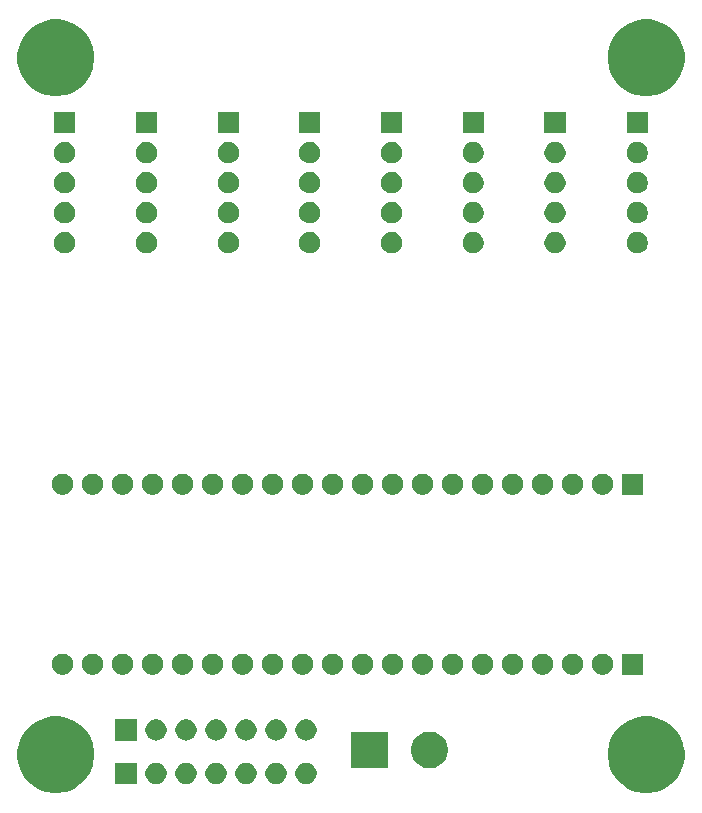
<source format=gbr>
G04 #@! TF.GenerationSoftware,KiCad,Pcbnew,(5.1.5)-3*
G04 #@! TF.CreationDate,2020-07-11T03:23:54+02:00*
G04 #@! TF.ProjectId,mixer Motor Driver board,6d697865-7220-44d6-9f74-6f7220447269,rev?*
G04 #@! TF.SameCoordinates,Original*
G04 #@! TF.FileFunction,Soldermask,Bot*
G04 #@! TF.FilePolarity,Negative*
%FSLAX46Y46*%
G04 Gerber Fmt 4.6, Leading zero omitted, Abs format (unit mm)*
G04 Created by KiCad (PCBNEW (5.1.5)-3) date 2020-07-11 03:23:54*
%MOMM*%
%LPD*%
G04 APERTURE LIST*
%ADD10C,0.100000*%
G04 APERTURE END LIST*
D10*
G36*
X94436439Y-67611467D02*
G01*
X94750482Y-67673934D01*
X95342126Y-67919001D01*
X95874592Y-68274784D01*
X96327416Y-68727608D01*
X96683199Y-69260074D01*
X96928266Y-69851718D01*
X96949087Y-69956391D01*
X97053200Y-70479803D01*
X97053200Y-71120197D01*
X96998040Y-71397504D01*
X96928266Y-71748282D01*
X96683199Y-72339926D01*
X96474135Y-72652812D01*
X96364574Y-72816782D01*
X96327416Y-72872392D01*
X95874592Y-73325216D01*
X95342126Y-73680999D01*
X94750482Y-73926066D01*
X94436439Y-73988533D01*
X94122397Y-74051000D01*
X93482003Y-74051000D01*
X93167961Y-73988533D01*
X92853918Y-73926066D01*
X92262274Y-73680999D01*
X91729808Y-73325216D01*
X91276984Y-72872392D01*
X91239827Y-72816782D01*
X91130265Y-72652812D01*
X90921201Y-72339926D01*
X90676134Y-71748282D01*
X90606360Y-71397504D01*
X90551200Y-71120197D01*
X90551200Y-70479803D01*
X90655313Y-69956391D01*
X90676134Y-69851718D01*
X90921201Y-69260074D01*
X91276984Y-68727608D01*
X91729808Y-68274784D01*
X92262274Y-67919001D01*
X92853918Y-67673934D01*
X93167961Y-67611467D01*
X93482003Y-67549000D01*
X94122397Y-67549000D01*
X94436439Y-67611467D01*
G37*
G36*
X44436239Y-67611467D02*
G01*
X44750282Y-67673934D01*
X45341926Y-67919001D01*
X45874392Y-68274784D01*
X46327216Y-68727608D01*
X46682999Y-69260074D01*
X46928066Y-69851718D01*
X46948887Y-69956391D01*
X47053000Y-70479803D01*
X47053000Y-71120197D01*
X46997840Y-71397504D01*
X46928066Y-71748282D01*
X46682999Y-72339926D01*
X46473935Y-72652812D01*
X46364374Y-72816782D01*
X46327216Y-72872392D01*
X45874392Y-73325216D01*
X45341926Y-73680999D01*
X44750282Y-73926066D01*
X44436239Y-73988533D01*
X44122197Y-74051000D01*
X43481803Y-74051000D01*
X43167761Y-73988533D01*
X42853718Y-73926066D01*
X42262074Y-73680999D01*
X41729608Y-73325216D01*
X41276784Y-72872392D01*
X41239627Y-72816782D01*
X41130065Y-72652812D01*
X40921001Y-72339926D01*
X40675934Y-71748282D01*
X40606160Y-71397504D01*
X40551000Y-71120197D01*
X40551000Y-70479803D01*
X40655113Y-69956391D01*
X40675934Y-69851718D01*
X40921001Y-69260074D01*
X41276784Y-68727608D01*
X41729608Y-68274784D01*
X42262074Y-67919001D01*
X42853718Y-67673934D01*
X43167761Y-67611467D01*
X43481803Y-67549000D01*
X44122197Y-67549000D01*
X44436239Y-67611467D01*
G37*
G36*
X57492112Y-71493927D02*
G01*
X57641412Y-71523624D01*
X57805384Y-71591544D01*
X57952954Y-71690147D01*
X58078453Y-71815646D01*
X58177056Y-71963216D01*
X58244976Y-72127188D01*
X58279600Y-72301259D01*
X58279600Y-72478741D01*
X58244976Y-72652812D01*
X58177056Y-72816784D01*
X58078453Y-72964354D01*
X57952954Y-73089853D01*
X57805384Y-73188456D01*
X57641412Y-73256376D01*
X57492112Y-73286073D01*
X57467342Y-73291000D01*
X57289858Y-73291000D01*
X57265088Y-73286073D01*
X57115788Y-73256376D01*
X56951816Y-73188456D01*
X56804246Y-73089853D01*
X56678747Y-72964354D01*
X56580144Y-72816784D01*
X56512224Y-72652812D01*
X56477600Y-72478741D01*
X56477600Y-72301259D01*
X56512224Y-72127188D01*
X56580144Y-71963216D01*
X56678747Y-71815646D01*
X56804246Y-71690147D01*
X56951816Y-71591544D01*
X57115788Y-71523624D01*
X57265088Y-71493927D01*
X57289858Y-71489000D01*
X57467342Y-71489000D01*
X57492112Y-71493927D01*
G37*
G36*
X65112112Y-71493927D02*
G01*
X65261412Y-71523624D01*
X65425384Y-71591544D01*
X65572954Y-71690147D01*
X65698453Y-71815646D01*
X65797056Y-71963216D01*
X65864976Y-72127188D01*
X65899600Y-72301259D01*
X65899600Y-72478741D01*
X65864976Y-72652812D01*
X65797056Y-72816784D01*
X65698453Y-72964354D01*
X65572954Y-73089853D01*
X65425384Y-73188456D01*
X65261412Y-73256376D01*
X65112112Y-73286073D01*
X65087342Y-73291000D01*
X64909858Y-73291000D01*
X64885088Y-73286073D01*
X64735788Y-73256376D01*
X64571816Y-73188456D01*
X64424246Y-73089853D01*
X64298747Y-72964354D01*
X64200144Y-72816784D01*
X64132224Y-72652812D01*
X64097600Y-72478741D01*
X64097600Y-72301259D01*
X64132224Y-72127188D01*
X64200144Y-71963216D01*
X64298747Y-71815646D01*
X64424246Y-71690147D01*
X64571816Y-71591544D01*
X64735788Y-71523624D01*
X64885088Y-71493927D01*
X64909858Y-71489000D01*
X65087342Y-71489000D01*
X65112112Y-71493927D01*
G37*
G36*
X62572112Y-71493927D02*
G01*
X62721412Y-71523624D01*
X62885384Y-71591544D01*
X63032954Y-71690147D01*
X63158453Y-71815646D01*
X63257056Y-71963216D01*
X63324976Y-72127188D01*
X63359600Y-72301259D01*
X63359600Y-72478741D01*
X63324976Y-72652812D01*
X63257056Y-72816784D01*
X63158453Y-72964354D01*
X63032954Y-73089853D01*
X62885384Y-73188456D01*
X62721412Y-73256376D01*
X62572112Y-73286073D01*
X62547342Y-73291000D01*
X62369858Y-73291000D01*
X62345088Y-73286073D01*
X62195788Y-73256376D01*
X62031816Y-73188456D01*
X61884246Y-73089853D01*
X61758747Y-72964354D01*
X61660144Y-72816784D01*
X61592224Y-72652812D01*
X61557600Y-72478741D01*
X61557600Y-72301259D01*
X61592224Y-72127188D01*
X61660144Y-71963216D01*
X61758747Y-71815646D01*
X61884246Y-71690147D01*
X62031816Y-71591544D01*
X62195788Y-71523624D01*
X62345088Y-71493927D01*
X62369858Y-71489000D01*
X62547342Y-71489000D01*
X62572112Y-71493927D01*
G37*
G36*
X60032112Y-71493927D02*
G01*
X60181412Y-71523624D01*
X60345384Y-71591544D01*
X60492954Y-71690147D01*
X60618453Y-71815646D01*
X60717056Y-71963216D01*
X60784976Y-72127188D01*
X60819600Y-72301259D01*
X60819600Y-72478741D01*
X60784976Y-72652812D01*
X60717056Y-72816784D01*
X60618453Y-72964354D01*
X60492954Y-73089853D01*
X60345384Y-73188456D01*
X60181412Y-73256376D01*
X60032112Y-73286073D01*
X60007342Y-73291000D01*
X59829858Y-73291000D01*
X59805088Y-73286073D01*
X59655788Y-73256376D01*
X59491816Y-73188456D01*
X59344246Y-73089853D01*
X59218747Y-72964354D01*
X59120144Y-72816784D01*
X59052224Y-72652812D01*
X59017600Y-72478741D01*
X59017600Y-72301259D01*
X59052224Y-72127188D01*
X59120144Y-71963216D01*
X59218747Y-71815646D01*
X59344246Y-71690147D01*
X59491816Y-71591544D01*
X59655788Y-71523624D01*
X59805088Y-71493927D01*
X59829858Y-71489000D01*
X60007342Y-71489000D01*
X60032112Y-71493927D01*
G37*
G36*
X54952112Y-71493927D02*
G01*
X55101412Y-71523624D01*
X55265384Y-71591544D01*
X55412954Y-71690147D01*
X55538453Y-71815646D01*
X55637056Y-71963216D01*
X55704976Y-72127188D01*
X55739600Y-72301259D01*
X55739600Y-72478741D01*
X55704976Y-72652812D01*
X55637056Y-72816784D01*
X55538453Y-72964354D01*
X55412954Y-73089853D01*
X55265384Y-73188456D01*
X55101412Y-73256376D01*
X54952112Y-73286073D01*
X54927342Y-73291000D01*
X54749858Y-73291000D01*
X54725088Y-73286073D01*
X54575788Y-73256376D01*
X54411816Y-73188456D01*
X54264246Y-73089853D01*
X54138747Y-72964354D01*
X54040144Y-72816784D01*
X53972224Y-72652812D01*
X53937600Y-72478741D01*
X53937600Y-72301259D01*
X53972224Y-72127188D01*
X54040144Y-71963216D01*
X54138747Y-71815646D01*
X54264246Y-71690147D01*
X54411816Y-71591544D01*
X54575788Y-71523624D01*
X54725088Y-71493927D01*
X54749858Y-71489000D01*
X54927342Y-71489000D01*
X54952112Y-71493927D01*
G37*
G36*
X52412112Y-71493927D02*
G01*
X52561412Y-71523624D01*
X52725384Y-71591544D01*
X52872954Y-71690147D01*
X52998453Y-71815646D01*
X53097056Y-71963216D01*
X53164976Y-72127188D01*
X53199600Y-72301259D01*
X53199600Y-72478741D01*
X53164976Y-72652812D01*
X53097056Y-72816784D01*
X52998453Y-72964354D01*
X52872954Y-73089853D01*
X52725384Y-73188456D01*
X52561412Y-73256376D01*
X52412112Y-73286073D01*
X52387342Y-73291000D01*
X52209858Y-73291000D01*
X52185088Y-73286073D01*
X52035788Y-73256376D01*
X51871816Y-73188456D01*
X51724246Y-73089853D01*
X51598747Y-72964354D01*
X51500144Y-72816784D01*
X51432224Y-72652812D01*
X51397600Y-72478741D01*
X51397600Y-72301259D01*
X51432224Y-72127188D01*
X51500144Y-71963216D01*
X51598747Y-71815646D01*
X51724246Y-71690147D01*
X51871816Y-71591544D01*
X52035788Y-71523624D01*
X52185088Y-71493927D01*
X52209858Y-71489000D01*
X52387342Y-71489000D01*
X52412112Y-71493927D01*
G37*
G36*
X50659600Y-73291000D02*
G01*
X48857600Y-73291000D01*
X48857600Y-71489000D01*
X50659600Y-71489000D01*
X50659600Y-73291000D01*
G37*
G36*
X75740585Y-68887602D02*
G01*
X75890410Y-68917404D01*
X76172674Y-69034321D01*
X76426705Y-69204059D01*
X76642741Y-69420095D01*
X76812479Y-69674126D01*
X76929396Y-69956390D01*
X76989000Y-70256040D01*
X76989000Y-70561560D01*
X76929396Y-70861210D01*
X76812479Y-71143474D01*
X76642741Y-71397505D01*
X76426705Y-71613541D01*
X76172674Y-71783279D01*
X75890410Y-71900196D01*
X75740585Y-71929998D01*
X75590761Y-71959800D01*
X75285239Y-71959800D01*
X75135415Y-71929998D01*
X74985590Y-71900196D01*
X74703326Y-71783279D01*
X74449295Y-71613541D01*
X74233259Y-71397505D01*
X74063521Y-71143474D01*
X73946604Y-70861210D01*
X73887000Y-70561560D01*
X73887000Y-70256040D01*
X73946604Y-69956390D01*
X74063521Y-69674126D01*
X74233259Y-69420095D01*
X74449295Y-69204059D01*
X74703326Y-69034321D01*
X74985590Y-68917404D01*
X75135415Y-68887602D01*
X75285239Y-68857800D01*
X75590761Y-68857800D01*
X75740585Y-68887602D01*
G37*
G36*
X71909000Y-71959800D02*
G01*
X68807000Y-71959800D01*
X68807000Y-68857800D01*
X71909000Y-68857800D01*
X71909000Y-71959800D01*
G37*
G36*
X62572112Y-67810927D02*
G01*
X62721412Y-67840624D01*
X62885384Y-67908544D01*
X63032954Y-68007147D01*
X63158453Y-68132646D01*
X63257056Y-68280216D01*
X63324976Y-68444188D01*
X63359600Y-68618259D01*
X63359600Y-68795741D01*
X63324976Y-68969812D01*
X63257056Y-69133784D01*
X63158453Y-69281354D01*
X63032954Y-69406853D01*
X62885384Y-69505456D01*
X62721412Y-69573376D01*
X62572112Y-69603073D01*
X62547342Y-69608000D01*
X62369858Y-69608000D01*
X62345088Y-69603073D01*
X62195788Y-69573376D01*
X62031816Y-69505456D01*
X61884246Y-69406853D01*
X61758747Y-69281354D01*
X61660144Y-69133784D01*
X61592224Y-68969812D01*
X61557600Y-68795741D01*
X61557600Y-68618259D01*
X61592224Y-68444188D01*
X61660144Y-68280216D01*
X61758747Y-68132646D01*
X61884246Y-68007147D01*
X62031816Y-67908544D01*
X62195788Y-67840624D01*
X62345088Y-67810927D01*
X62369858Y-67806000D01*
X62547342Y-67806000D01*
X62572112Y-67810927D01*
G37*
G36*
X50659600Y-69608000D02*
G01*
X48857600Y-69608000D01*
X48857600Y-67806000D01*
X50659600Y-67806000D01*
X50659600Y-69608000D01*
G37*
G36*
X52412112Y-67810927D02*
G01*
X52561412Y-67840624D01*
X52725384Y-67908544D01*
X52872954Y-68007147D01*
X52998453Y-68132646D01*
X53097056Y-68280216D01*
X53164976Y-68444188D01*
X53199600Y-68618259D01*
X53199600Y-68795741D01*
X53164976Y-68969812D01*
X53097056Y-69133784D01*
X52998453Y-69281354D01*
X52872954Y-69406853D01*
X52725384Y-69505456D01*
X52561412Y-69573376D01*
X52412112Y-69603073D01*
X52387342Y-69608000D01*
X52209858Y-69608000D01*
X52185088Y-69603073D01*
X52035788Y-69573376D01*
X51871816Y-69505456D01*
X51724246Y-69406853D01*
X51598747Y-69281354D01*
X51500144Y-69133784D01*
X51432224Y-68969812D01*
X51397600Y-68795741D01*
X51397600Y-68618259D01*
X51432224Y-68444188D01*
X51500144Y-68280216D01*
X51598747Y-68132646D01*
X51724246Y-68007147D01*
X51871816Y-67908544D01*
X52035788Y-67840624D01*
X52185088Y-67810927D01*
X52209858Y-67806000D01*
X52387342Y-67806000D01*
X52412112Y-67810927D01*
G37*
G36*
X65112112Y-67810927D02*
G01*
X65261412Y-67840624D01*
X65425384Y-67908544D01*
X65572954Y-68007147D01*
X65698453Y-68132646D01*
X65797056Y-68280216D01*
X65864976Y-68444188D01*
X65899600Y-68618259D01*
X65899600Y-68795741D01*
X65864976Y-68969812D01*
X65797056Y-69133784D01*
X65698453Y-69281354D01*
X65572954Y-69406853D01*
X65425384Y-69505456D01*
X65261412Y-69573376D01*
X65112112Y-69603073D01*
X65087342Y-69608000D01*
X64909858Y-69608000D01*
X64885088Y-69603073D01*
X64735788Y-69573376D01*
X64571816Y-69505456D01*
X64424246Y-69406853D01*
X64298747Y-69281354D01*
X64200144Y-69133784D01*
X64132224Y-68969812D01*
X64097600Y-68795741D01*
X64097600Y-68618259D01*
X64132224Y-68444188D01*
X64200144Y-68280216D01*
X64298747Y-68132646D01*
X64424246Y-68007147D01*
X64571816Y-67908544D01*
X64735788Y-67840624D01*
X64885088Y-67810927D01*
X64909858Y-67806000D01*
X65087342Y-67806000D01*
X65112112Y-67810927D01*
G37*
G36*
X60032112Y-67810927D02*
G01*
X60181412Y-67840624D01*
X60345384Y-67908544D01*
X60492954Y-68007147D01*
X60618453Y-68132646D01*
X60717056Y-68280216D01*
X60784976Y-68444188D01*
X60819600Y-68618259D01*
X60819600Y-68795741D01*
X60784976Y-68969812D01*
X60717056Y-69133784D01*
X60618453Y-69281354D01*
X60492954Y-69406853D01*
X60345384Y-69505456D01*
X60181412Y-69573376D01*
X60032112Y-69603073D01*
X60007342Y-69608000D01*
X59829858Y-69608000D01*
X59805088Y-69603073D01*
X59655788Y-69573376D01*
X59491816Y-69505456D01*
X59344246Y-69406853D01*
X59218747Y-69281354D01*
X59120144Y-69133784D01*
X59052224Y-68969812D01*
X59017600Y-68795741D01*
X59017600Y-68618259D01*
X59052224Y-68444188D01*
X59120144Y-68280216D01*
X59218747Y-68132646D01*
X59344246Y-68007147D01*
X59491816Y-67908544D01*
X59655788Y-67840624D01*
X59805088Y-67810927D01*
X59829858Y-67806000D01*
X60007342Y-67806000D01*
X60032112Y-67810927D01*
G37*
G36*
X57492112Y-67810927D02*
G01*
X57641412Y-67840624D01*
X57805384Y-67908544D01*
X57952954Y-68007147D01*
X58078453Y-68132646D01*
X58177056Y-68280216D01*
X58244976Y-68444188D01*
X58279600Y-68618259D01*
X58279600Y-68795741D01*
X58244976Y-68969812D01*
X58177056Y-69133784D01*
X58078453Y-69281354D01*
X57952954Y-69406853D01*
X57805384Y-69505456D01*
X57641412Y-69573376D01*
X57492112Y-69603073D01*
X57467342Y-69608000D01*
X57289858Y-69608000D01*
X57265088Y-69603073D01*
X57115788Y-69573376D01*
X56951816Y-69505456D01*
X56804246Y-69406853D01*
X56678747Y-69281354D01*
X56580144Y-69133784D01*
X56512224Y-68969812D01*
X56477600Y-68795741D01*
X56477600Y-68618259D01*
X56512224Y-68444188D01*
X56580144Y-68280216D01*
X56678747Y-68132646D01*
X56804246Y-68007147D01*
X56951816Y-67908544D01*
X57115788Y-67840624D01*
X57265088Y-67810927D01*
X57289858Y-67806000D01*
X57467342Y-67806000D01*
X57492112Y-67810927D01*
G37*
G36*
X54952112Y-67810927D02*
G01*
X55101412Y-67840624D01*
X55265384Y-67908544D01*
X55412954Y-68007147D01*
X55538453Y-68132646D01*
X55637056Y-68280216D01*
X55704976Y-68444188D01*
X55739600Y-68618259D01*
X55739600Y-68795741D01*
X55704976Y-68969812D01*
X55637056Y-69133784D01*
X55538453Y-69281354D01*
X55412954Y-69406853D01*
X55265384Y-69505456D01*
X55101412Y-69573376D01*
X54952112Y-69603073D01*
X54927342Y-69608000D01*
X54749858Y-69608000D01*
X54725088Y-69603073D01*
X54575788Y-69573376D01*
X54411816Y-69505456D01*
X54264246Y-69406853D01*
X54138747Y-69281354D01*
X54040144Y-69133784D01*
X53972224Y-68969812D01*
X53937600Y-68795741D01*
X53937600Y-68618259D01*
X53972224Y-68444188D01*
X54040144Y-68280216D01*
X54138747Y-68132646D01*
X54264246Y-68007147D01*
X54411816Y-67908544D01*
X54575788Y-67840624D01*
X54725088Y-67810927D01*
X54749858Y-67806000D01*
X54927342Y-67806000D01*
X54952112Y-67810927D01*
G37*
G36*
X85127312Y-62247128D02*
G01*
X85276612Y-62276825D01*
X85440584Y-62344745D01*
X85588154Y-62443348D01*
X85713653Y-62568847D01*
X85812256Y-62716417D01*
X85880176Y-62880389D01*
X85914800Y-63054460D01*
X85914800Y-63231942D01*
X85880176Y-63406013D01*
X85812256Y-63569985D01*
X85713653Y-63717555D01*
X85588154Y-63843054D01*
X85440584Y-63941657D01*
X85276612Y-64009577D01*
X85127312Y-64039274D01*
X85102542Y-64044201D01*
X84925058Y-64044201D01*
X84900288Y-64039274D01*
X84750988Y-64009577D01*
X84587016Y-63941657D01*
X84439446Y-63843054D01*
X84313947Y-63717555D01*
X84215344Y-63569985D01*
X84147424Y-63406013D01*
X84112800Y-63231942D01*
X84112800Y-63054460D01*
X84147424Y-62880389D01*
X84215344Y-62716417D01*
X84313947Y-62568847D01*
X84439446Y-62443348D01*
X84587016Y-62344745D01*
X84750988Y-62276825D01*
X84900288Y-62247128D01*
X84925058Y-62242201D01*
X85102542Y-62242201D01*
X85127312Y-62247128D01*
G37*
G36*
X47027312Y-62247128D02*
G01*
X47176612Y-62276825D01*
X47340584Y-62344745D01*
X47488154Y-62443348D01*
X47613653Y-62568847D01*
X47712256Y-62716417D01*
X47780176Y-62880389D01*
X47814800Y-63054460D01*
X47814800Y-63231942D01*
X47780176Y-63406013D01*
X47712256Y-63569985D01*
X47613653Y-63717555D01*
X47488154Y-63843054D01*
X47340584Y-63941657D01*
X47176612Y-64009577D01*
X47027312Y-64039274D01*
X47002542Y-64044201D01*
X46825058Y-64044201D01*
X46800288Y-64039274D01*
X46650988Y-64009577D01*
X46487016Y-63941657D01*
X46339446Y-63843054D01*
X46213947Y-63717555D01*
X46115344Y-63569985D01*
X46047424Y-63406013D01*
X46012800Y-63231942D01*
X46012800Y-63054460D01*
X46047424Y-62880389D01*
X46115344Y-62716417D01*
X46213947Y-62568847D01*
X46339446Y-62443348D01*
X46487016Y-62344745D01*
X46650988Y-62276825D01*
X46800288Y-62247128D01*
X46825058Y-62242201D01*
X47002542Y-62242201D01*
X47027312Y-62247128D01*
G37*
G36*
X49567312Y-62247128D02*
G01*
X49716612Y-62276825D01*
X49880584Y-62344745D01*
X50028154Y-62443348D01*
X50153653Y-62568847D01*
X50252256Y-62716417D01*
X50320176Y-62880389D01*
X50354800Y-63054460D01*
X50354800Y-63231942D01*
X50320176Y-63406013D01*
X50252256Y-63569985D01*
X50153653Y-63717555D01*
X50028154Y-63843054D01*
X49880584Y-63941657D01*
X49716612Y-64009577D01*
X49567312Y-64039274D01*
X49542542Y-64044201D01*
X49365058Y-64044201D01*
X49340288Y-64039274D01*
X49190988Y-64009577D01*
X49027016Y-63941657D01*
X48879446Y-63843054D01*
X48753947Y-63717555D01*
X48655344Y-63569985D01*
X48587424Y-63406013D01*
X48552800Y-63231942D01*
X48552800Y-63054460D01*
X48587424Y-62880389D01*
X48655344Y-62716417D01*
X48753947Y-62568847D01*
X48879446Y-62443348D01*
X49027016Y-62344745D01*
X49190988Y-62276825D01*
X49340288Y-62247128D01*
X49365058Y-62242201D01*
X49542542Y-62242201D01*
X49567312Y-62247128D01*
G37*
G36*
X52107312Y-62247128D02*
G01*
X52256612Y-62276825D01*
X52420584Y-62344745D01*
X52568154Y-62443348D01*
X52693653Y-62568847D01*
X52792256Y-62716417D01*
X52860176Y-62880389D01*
X52894800Y-63054460D01*
X52894800Y-63231942D01*
X52860176Y-63406013D01*
X52792256Y-63569985D01*
X52693653Y-63717555D01*
X52568154Y-63843054D01*
X52420584Y-63941657D01*
X52256612Y-64009577D01*
X52107312Y-64039274D01*
X52082542Y-64044201D01*
X51905058Y-64044201D01*
X51880288Y-64039274D01*
X51730988Y-64009577D01*
X51567016Y-63941657D01*
X51419446Y-63843054D01*
X51293947Y-63717555D01*
X51195344Y-63569985D01*
X51127424Y-63406013D01*
X51092800Y-63231942D01*
X51092800Y-63054460D01*
X51127424Y-62880389D01*
X51195344Y-62716417D01*
X51293947Y-62568847D01*
X51419446Y-62443348D01*
X51567016Y-62344745D01*
X51730988Y-62276825D01*
X51880288Y-62247128D01*
X51905058Y-62242201D01*
X52082542Y-62242201D01*
X52107312Y-62247128D01*
G37*
G36*
X54647312Y-62247128D02*
G01*
X54796612Y-62276825D01*
X54960584Y-62344745D01*
X55108154Y-62443348D01*
X55233653Y-62568847D01*
X55332256Y-62716417D01*
X55400176Y-62880389D01*
X55434800Y-63054460D01*
X55434800Y-63231942D01*
X55400176Y-63406013D01*
X55332256Y-63569985D01*
X55233653Y-63717555D01*
X55108154Y-63843054D01*
X54960584Y-63941657D01*
X54796612Y-64009577D01*
X54647312Y-64039274D01*
X54622542Y-64044201D01*
X54445058Y-64044201D01*
X54420288Y-64039274D01*
X54270988Y-64009577D01*
X54107016Y-63941657D01*
X53959446Y-63843054D01*
X53833947Y-63717555D01*
X53735344Y-63569985D01*
X53667424Y-63406013D01*
X53632800Y-63231942D01*
X53632800Y-63054460D01*
X53667424Y-62880389D01*
X53735344Y-62716417D01*
X53833947Y-62568847D01*
X53959446Y-62443348D01*
X54107016Y-62344745D01*
X54270988Y-62276825D01*
X54420288Y-62247128D01*
X54445058Y-62242201D01*
X54622542Y-62242201D01*
X54647312Y-62247128D01*
G37*
G36*
X57187312Y-62247128D02*
G01*
X57336612Y-62276825D01*
X57500584Y-62344745D01*
X57648154Y-62443348D01*
X57773653Y-62568847D01*
X57872256Y-62716417D01*
X57940176Y-62880389D01*
X57974800Y-63054460D01*
X57974800Y-63231942D01*
X57940176Y-63406013D01*
X57872256Y-63569985D01*
X57773653Y-63717555D01*
X57648154Y-63843054D01*
X57500584Y-63941657D01*
X57336612Y-64009577D01*
X57187312Y-64039274D01*
X57162542Y-64044201D01*
X56985058Y-64044201D01*
X56960288Y-64039274D01*
X56810988Y-64009577D01*
X56647016Y-63941657D01*
X56499446Y-63843054D01*
X56373947Y-63717555D01*
X56275344Y-63569985D01*
X56207424Y-63406013D01*
X56172800Y-63231942D01*
X56172800Y-63054460D01*
X56207424Y-62880389D01*
X56275344Y-62716417D01*
X56373947Y-62568847D01*
X56499446Y-62443348D01*
X56647016Y-62344745D01*
X56810988Y-62276825D01*
X56960288Y-62247128D01*
X56985058Y-62242201D01*
X57162542Y-62242201D01*
X57187312Y-62247128D01*
G37*
G36*
X59727312Y-62247128D02*
G01*
X59876612Y-62276825D01*
X60040584Y-62344745D01*
X60188154Y-62443348D01*
X60313653Y-62568847D01*
X60412256Y-62716417D01*
X60480176Y-62880389D01*
X60514800Y-63054460D01*
X60514800Y-63231942D01*
X60480176Y-63406013D01*
X60412256Y-63569985D01*
X60313653Y-63717555D01*
X60188154Y-63843054D01*
X60040584Y-63941657D01*
X59876612Y-64009577D01*
X59727312Y-64039274D01*
X59702542Y-64044201D01*
X59525058Y-64044201D01*
X59500288Y-64039274D01*
X59350988Y-64009577D01*
X59187016Y-63941657D01*
X59039446Y-63843054D01*
X58913947Y-63717555D01*
X58815344Y-63569985D01*
X58747424Y-63406013D01*
X58712800Y-63231942D01*
X58712800Y-63054460D01*
X58747424Y-62880389D01*
X58815344Y-62716417D01*
X58913947Y-62568847D01*
X59039446Y-62443348D01*
X59187016Y-62344745D01*
X59350988Y-62276825D01*
X59500288Y-62247128D01*
X59525058Y-62242201D01*
X59702542Y-62242201D01*
X59727312Y-62247128D01*
G37*
G36*
X62267312Y-62247128D02*
G01*
X62416612Y-62276825D01*
X62580584Y-62344745D01*
X62728154Y-62443348D01*
X62853653Y-62568847D01*
X62952256Y-62716417D01*
X63020176Y-62880389D01*
X63054800Y-63054460D01*
X63054800Y-63231942D01*
X63020176Y-63406013D01*
X62952256Y-63569985D01*
X62853653Y-63717555D01*
X62728154Y-63843054D01*
X62580584Y-63941657D01*
X62416612Y-64009577D01*
X62267312Y-64039274D01*
X62242542Y-64044201D01*
X62065058Y-64044201D01*
X62040288Y-64039274D01*
X61890988Y-64009577D01*
X61727016Y-63941657D01*
X61579446Y-63843054D01*
X61453947Y-63717555D01*
X61355344Y-63569985D01*
X61287424Y-63406013D01*
X61252800Y-63231942D01*
X61252800Y-63054460D01*
X61287424Y-62880389D01*
X61355344Y-62716417D01*
X61453947Y-62568847D01*
X61579446Y-62443348D01*
X61727016Y-62344745D01*
X61890988Y-62276825D01*
X62040288Y-62247128D01*
X62065058Y-62242201D01*
X62242542Y-62242201D01*
X62267312Y-62247128D01*
G37*
G36*
X64807312Y-62247128D02*
G01*
X64956612Y-62276825D01*
X65120584Y-62344745D01*
X65268154Y-62443348D01*
X65393653Y-62568847D01*
X65492256Y-62716417D01*
X65560176Y-62880389D01*
X65594800Y-63054460D01*
X65594800Y-63231942D01*
X65560176Y-63406013D01*
X65492256Y-63569985D01*
X65393653Y-63717555D01*
X65268154Y-63843054D01*
X65120584Y-63941657D01*
X64956612Y-64009577D01*
X64807312Y-64039274D01*
X64782542Y-64044201D01*
X64605058Y-64044201D01*
X64580288Y-64039274D01*
X64430988Y-64009577D01*
X64267016Y-63941657D01*
X64119446Y-63843054D01*
X63993947Y-63717555D01*
X63895344Y-63569985D01*
X63827424Y-63406013D01*
X63792800Y-63231942D01*
X63792800Y-63054460D01*
X63827424Y-62880389D01*
X63895344Y-62716417D01*
X63993947Y-62568847D01*
X64119446Y-62443348D01*
X64267016Y-62344745D01*
X64430988Y-62276825D01*
X64580288Y-62247128D01*
X64605058Y-62242201D01*
X64782542Y-62242201D01*
X64807312Y-62247128D01*
G37*
G36*
X67347312Y-62247128D02*
G01*
X67496612Y-62276825D01*
X67660584Y-62344745D01*
X67808154Y-62443348D01*
X67933653Y-62568847D01*
X68032256Y-62716417D01*
X68100176Y-62880389D01*
X68134800Y-63054460D01*
X68134800Y-63231942D01*
X68100176Y-63406013D01*
X68032256Y-63569985D01*
X67933653Y-63717555D01*
X67808154Y-63843054D01*
X67660584Y-63941657D01*
X67496612Y-64009577D01*
X67347312Y-64039274D01*
X67322542Y-64044201D01*
X67145058Y-64044201D01*
X67120288Y-64039274D01*
X66970988Y-64009577D01*
X66807016Y-63941657D01*
X66659446Y-63843054D01*
X66533947Y-63717555D01*
X66435344Y-63569985D01*
X66367424Y-63406013D01*
X66332800Y-63231942D01*
X66332800Y-63054460D01*
X66367424Y-62880389D01*
X66435344Y-62716417D01*
X66533947Y-62568847D01*
X66659446Y-62443348D01*
X66807016Y-62344745D01*
X66970988Y-62276825D01*
X67120288Y-62247128D01*
X67145058Y-62242201D01*
X67322542Y-62242201D01*
X67347312Y-62247128D01*
G37*
G36*
X72427312Y-62247128D02*
G01*
X72576612Y-62276825D01*
X72740584Y-62344745D01*
X72888154Y-62443348D01*
X73013653Y-62568847D01*
X73112256Y-62716417D01*
X73180176Y-62880389D01*
X73214800Y-63054460D01*
X73214800Y-63231942D01*
X73180176Y-63406013D01*
X73112256Y-63569985D01*
X73013653Y-63717555D01*
X72888154Y-63843054D01*
X72740584Y-63941657D01*
X72576612Y-64009577D01*
X72427312Y-64039274D01*
X72402542Y-64044201D01*
X72225058Y-64044201D01*
X72200288Y-64039274D01*
X72050988Y-64009577D01*
X71887016Y-63941657D01*
X71739446Y-63843054D01*
X71613947Y-63717555D01*
X71515344Y-63569985D01*
X71447424Y-63406013D01*
X71412800Y-63231942D01*
X71412800Y-63054460D01*
X71447424Y-62880389D01*
X71515344Y-62716417D01*
X71613947Y-62568847D01*
X71739446Y-62443348D01*
X71887016Y-62344745D01*
X72050988Y-62276825D01*
X72200288Y-62247128D01*
X72225058Y-62242201D01*
X72402542Y-62242201D01*
X72427312Y-62247128D01*
G37*
G36*
X82587312Y-62247128D02*
G01*
X82736612Y-62276825D01*
X82900584Y-62344745D01*
X83048154Y-62443348D01*
X83173653Y-62568847D01*
X83272256Y-62716417D01*
X83340176Y-62880389D01*
X83374800Y-63054460D01*
X83374800Y-63231942D01*
X83340176Y-63406013D01*
X83272256Y-63569985D01*
X83173653Y-63717555D01*
X83048154Y-63843054D01*
X82900584Y-63941657D01*
X82736612Y-64009577D01*
X82587312Y-64039274D01*
X82562542Y-64044201D01*
X82385058Y-64044201D01*
X82360288Y-64039274D01*
X82210988Y-64009577D01*
X82047016Y-63941657D01*
X81899446Y-63843054D01*
X81773947Y-63717555D01*
X81675344Y-63569985D01*
X81607424Y-63406013D01*
X81572800Y-63231942D01*
X81572800Y-63054460D01*
X81607424Y-62880389D01*
X81675344Y-62716417D01*
X81773947Y-62568847D01*
X81899446Y-62443348D01*
X82047016Y-62344745D01*
X82210988Y-62276825D01*
X82360288Y-62247128D01*
X82385058Y-62242201D01*
X82562542Y-62242201D01*
X82587312Y-62247128D01*
G37*
G36*
X77507312Y-62247128D02*
G01*
X77656612Y-62276825D01*
X77820584Y-62344745D01*
X77968154Y-62443348D01*
X78093653Y-62568847D01*
X78192256Y-62716417D01*
X78260176Y-62880389D01*
X78294800Y-63054460D01*
X78294800Y-63231942D01*
X78260176Y-63406013D01*
X78192256Y-63569985D01*
X78093653Y-63717555D01*
X77968154Y-63843054D01*
X77820584Y-63941657D01*
X77656612Y-64009577D01*
X77507312Y-64039274D01*
X77482542Y-64044201D01*
X77305058Y-64044201D01*
X77280288Y-64039274D01*
X77130988Y-64009577D01*
X76967016Y-63941657D01*
X76819446Y-63843054D01*
X76693947Y-63717555D01*
X76595344Y-63569985D01*
X76527424Y-63406013D01*
X76492800Y-63231942D01*
X76492800Y-63054460D01*
X76527424Y-62880389D01*
X76595344Y-62716417D01*
X76693947Y-62568847D01*
X76819446Y-62443348D01*
X76967016Y-62344745D01*
X77130988Y-62276825D01*
X77280288Y-62247128D01*
X77305058Y-62242201D01*
X77482542Y-62242201D01*
X77507312Y-62247128D01*
G37*
G36*
X44487312Y-62247128D02*
G01*
X44636612Y-62276825D01*
X44800584Y-62344745D01*
X44948154Y-62443348D01*
X45073653Y-62568847D01*
X45172256Y-62716417D01*
X45240176Y-62880389D01*
X45274800Y-63054460D01*
X45274800Y-63231942D01*
X45240176Y-63406013D01*
X45172256Y-63569985D01*
X45073653Y-63717555D01*
X44948154Y-63843054D01*
X44800584Y-63941657D01*
X44636612Y-64009577D01*
X44487312Y-64039274D01*
X44462542Y-64044201D01*
X44285058Y-64044201D01*
X44260288Y-64039274D01*
X44110988Y-64009577D01*
X43947016Y-63941657D01*
X43799446Y-63843054D01*
X43673947Y-63717555D01*
X43575344Y-63569985D01*
X43507424Y-63406013D01*
X43472800Y-63231942D01*
X43472800Y-63054460D01*
X43507424Y-62880389D01*
X43575344Y-62716417D01*
X43673947Y-62568847D01*
X43799446Y-62443348D01*
X43947016Y-62344745D01*
X44110988Y-62276825D01*
X44260288Y-62247128D01*
X44285058Y-62242201D01*
X44462542Y-62242201D01*
X44487312Y-62247128D01*
G37*
G36*
X69887312Y-62247128D02*
G01*
X70036612Y-62276825D01*
X70200584Y-62344745D01*
X70348154Y-62443348D01*
X70473653Y-62568847D01*
X70572256Y-62716417D01*
X70640176Y-62880389D01*
X70674800Y-63054460D01*
X70674800Y-63231942D01*
X70640176Y-63406013D01*
X70572256Y-63569985D01*
X70473653Y-63717555D01*
X70348154Y-63843054D01*
X70200584Y-63941657D01*
X70036612Y-64009577D01*
X69887312Y-64039274D01*
X69862542Y-64044201D01*
X69685058Y-64044201D01*
X69660288Y-64039274D01*
X69510988Y-64009577D01*
X69347016Y-63941657D01*
X69199446Y-63843054D01*
X69073947Y-63717555D01*
X68975344Y-63569985D01*
X68907424Y-63406013D01*
X68872800Y-63231942D01*
X68872800Y-63054460D01*
X68907424Y-62880389D01*
X68975344Y-62716417D01*
X69073947Y-62568847D01*
X69199446Y-62443348D01*
X69347016Y-62344745D01*
X69510988Y-62276825D01*
X69660288Y-62247128D01*
X69685058Y-62242201D01*
X69862542Y-62242201D01*
X69887312Y-62247128D01*
G37*
G36*
X87667312Y-62247128D02*
G01*
X87816612Y-62276825D01*
X87980584Y-62344745D01*
X88128154Y-62443348D01*
X88253653Y-62568847D01*
X88352256Y-62716417D01*
X88420176Y-62880389D01*
X88454800Y-63054460D01*
X88454800Y-63231942D01*
X88420176Y-63406013D01*
X88352256Y-63569985D01*
X88253653Y-63717555D01*
X88128154Y-63843054D01*
X87980584Y-63941657D01*
X87816612Y-64009577D01*
X87667312Y-64039274D01*
X87642542Y-64044201D01*
X87465058Y-64044201D01*
X87440288Y-64039274D01*
X87290988Y-64009577D01*
X87127016Y-63941657D01*
X86979446Y-63843054D01*
X86853947Y-63717555D01*
X86755344Y-63569985D01*
X86687424Y-63406013D01*
X86652800Y-63231942D01*
X86652800Y-63054460D01*
X86687424Y-62880389D01*
X86755344Y-62716417D01*
X86853947Y-62568847D01*
X86979446Y-62443348D01*
X87127016Y-62344745D01*
X87290988Y-62276825D01*
X87440288Y-62247128D01*
X87465058Y-62242201D01*
X87642542Y-62242201D01*
X87667312Y-62247128D01*
G37*
G36*
X90207312Y-62247128D02*
G01*
X90356612Y-62276825D01*
X90520584Y-62344745D01*
X90668154Y-62443348D01*
X90793653Y-62568847D01*
X90892256Y-62716417D01*
X90960176Y-62880389D01*
X90994800Y-63054460D01*
X90994800Y-63231942D01*
X90960176Y-63406013D01*
X90892256Y-63569985D01*
X90793653Y-63717555D01*
X90668154Y-63843054D01*
X90520584Y-63941657D01*
X90356612Y-64009577D01*
X90207312Y-64039274D01*
X90182542Y-64044201D01*
X90005058Y-64044201D01*
X89980288Y-64039274D01*
X89830988Y-64009577D01*
X89667016Y-63941657D01*
X89519446Y-63843054D01*
X89393947Y-63717555D01*
X89295344Y-63569985D01*
X89227424Y-63406013D01*
X89192800Y-63231942D01*
X89192800Y-63054460D01*
X89227424Y-62880389D01*
X89295344Y-62716417D01*
X89393947Y-62568847D01*
X89519446Y-62443348D01*
X89667016Y-62344745D01*
X89830988Y-62276825D01*
X89980288Y-62247128D01*
X90005058Y-62242201D01*
X90182542Y-62242201D01*
X90207312Y-62247128D01*
G37*
G36*
X93534800Y-64044201D02*
G01*
X91732800Y-64044201D01*
X91732800Y-62242201D01*
X93534800Y-62242201D01*
X93534800Y-64044201D01*
G37*
G36*
X80047312Y-62247128D02*
G01*
X80196612Y-62276825D01*
X80360584Y-62344745D01*
X80508154Y-62443348D01*
X80633653Y-62568847D01*
X80732256Y-62716417D01*
X80800176Y-62880389D01*
X80834800Y-63054460D01*
X80834800Y-63231942D01*
X80800176Y-63406013D01*
X80732256Y-63569985D01*
X80633653Y-63717555D01*
X80508154Y-63843054D01*
X80360584Y-63941657D01*
X80196612Y-64009577D01*
X80047312Y-64039274D01*
X80022542Y-64044201D01*
X79845058Y-64044201D01*
X79820288Y-64039274D01*
X79670988Y-64009577D01*
X79507016Y-63941657D01*
X79359446Y-63843054D01*
X79233947Y-63717555D01*
X79135344Y-63569985D01*
X79067424Y-63406013D01*
X79032800Y-63231942D01*
X79032800Y-63054460D01*
X79067424Y-62880389D01*
X79135344Y-62716417D01*
X79233947Y-62568847D01*
X79359446Y-62443348D01*
X79507016Y-62344745D01*
X79670988Y-62276825D01*
X79820288Y-62247128D01*
X79845058Y-62242201D01*
X80022542Y-62242201D01*
X80047312Y-62247128D01*
G37*
G36*
X74967312Y-62247128D02*
G01*
X75116612Y-62276825D01*
X75280584Y-62344745D01*
X75428154Y-62443348D01*
X75553653Y-62568847D01*
X75652256Y-62716417D01*
X75720176Y-62880389D01*
X75754800Y-63054460D01*
X75754800Y-63231942D01*
X75720176Y-63406013D01*
X75652256Y-63569985D01*
X75553653Y-63717555D01*
X75428154Y-63843054D01*
X75280584Y-63941657D01*
X75116612Y-64009577D01*
X74967312Y-64039274D01*
X74942542Y-64044201D01*
X74765058Y-64044201D01*
X74740288Y-64039274D01*
X74590988Y-64009577D01*
X74427016Y-63941657D01*
X74279446Y-63843054D01*
X74153947Y-63717555D01*
X74055344Y-63569985D01*
X73987424Y-63406013D01*
X73952800Y-63231942D01*
X73952800Y-63054460D01*
X73987424Y-62880389D01*
X74055344Y-62716417D01*
X74153947Y-62568847D01*
X74279446Y-62443348D01*
X74427016Y-62344745D01*
X74590988Y-62276825D01*
X74740288Y-62247128D01*
X74765058Y-62242201D01*
X74942542Y-62242201D01*
X74967312Y-62247128D01*
G37*
G36*
X62267312Y-47008327D02*
G01*
X62416612Y-47038024D01*
X62580584Y-47105944D01*
X62728154Y-47204547D01*
X62853653Y-47330046D01*
X62952256Y-47477616D01*
X63020176Y-47641588D01*
X63054800Y-47815659D01*
X63054800Y-47993141D01*
X63020176Y-48167212D01*
X62952256Y-48331184D01*
X62853653Y-48478754D01*
X62728154Y-48604253D01*
X62580584Y-48702856D01*
X62416612Y-48770776D01*
X62267312Y-48800473D01*
X62242542Y-48805400D01*
X62065058Y-48805400D01*
X62040288Y-48800473D01*
X61890988Y-48770776D01*
X61727016Y-48702856D01*
X61579446Y-48604253D01*
X61453947Y-48478754D01*
X61355344Y-48331184D01*
X61287424Y-48167212D01*
X61252800Y-47993141D01*
X61252800Y-47815659D01*
X61287424Y-47641588D01*
X61355344Y-47477616D01*
X61453947Y-47330046D01*
X61579446Y-47204547D01*
X61727016Y-47105944D01*
X61890988Y-47038024D01*
X62040288Y-47008327D01*
X62065058Y-47003400D01*
X62242542Y-47003400D01*
X62267312Y-47008327D01*
G37*
G36*
X59727312Y-47008327D02*
G01*
X59876612Y-47038024D01*
X60040584Y-47105944D01*
X60188154Y-47204547D01*
X60313653Y-47330046D01*
X60412256Y-47477616D01*
X60480176Y-47641588D01*
X60514800Y-47815659D01*
X60514800Y-47993141D01*
X60480176Y-48167212D01*
X60412256Y-48331184D01*
X60313653Y-48478754D01*
X60188154Y-48604253D01*
X60040584Y-48702856D01*
X59876612Y-48770776D01*
X59727312Y-48800473D01*
X59702542Y-48805400D01*
X59525058Y-48805400D01*
X59500288Y-48800473D01*
X59350988Y-48770776D01*
X59187016Y-48702856D01*
X59039446Y-48604253D01*
X58913947Y-48478754D01*
X58815344Y-48331184D01*
X58747424Y-48167212D01*
X58712800Y-47993141D01*
X58712800Y-47815659D01*
X58747424Y-47641588D01*
X58815344Y-47477616D01*
X58913947Y-47330046D01*
X59039446Y-47204547D01*
X59187016Y-47105944D01*
X59350988Y-47038024D01*
X59500288Y-47008327D01*
X59525058Y-47003400D01*
X59702542Y-47003400D01*
X59727312Y-47008327D01*
G37*
G36*
X54647312Y-47008327D02*
G01*
X54796612Y-47038024D01*
X54960584Y-47105944D01*
X55108154Y-47204547D01*
X55233653Y-47330046D01*
X55332256Y-47477616D01*
X55400176Y-47641588D01*
X55434800Y-47815659D01*
X55434800Y-47993141D01*
X55400176Y-48167212D01*
X55332256Y-48331184D01*
X55233653Y-48478754D01*
X55108154Y-48604253D01*
X54960584Y-48702856D01*
X54796612Y-48770776D01*
X54647312Y-48800473D01*
X54622542Y-48805400D01*
X54445058Y-48805400D01*
X54420288Y-48800473D01*
X54270988Y-48770776D01*
X54107016Y-48702856D01*
X53959446Y-48604253D01*
X53833947Y-48478754D01*
X53735344Y-48331184D01*
X53667424Y-48167212D01*
X53632800Y-47993141D01*
X53632800Y-47815659D01*
X53667424Y-47641588D01*
X53735344Y-47477616D01*
X53833947Y-47330046D01*
X53959446Y-47204547D01*
X54107016Y-47105944D01*
X54270988Y-47038024D01*
X54420288Y-47008327D01*
X54445058Y-47003400D01*
X54622542Y-47003400D01*
X54647312Y-47008327D01*
G37*
G36*
X52107312Y-47008327D02*
G01*
X52256612Y-47038024D01*
X52420584Y-47105944D01*
X52568154Y-47204547D01*
X52693653Y-47330046D01*
X52792256Y-47477616D01*
X52860176Y-47641588D01*
X52894800Y-47815659D01*
X52894800Y-47993141D01*
X52860176Y-48167212D01*
X52792256Y-48331184D01*
X52693653Y-48478754D01*
X52568154Y-48604253D01*
X52420584Y-48702856D01*
X52256612Y-48770776D01*
X52107312Y-48800473D01*
X52082542Y-48805400D01*
X51905058Y-48805400D01*
X51880288Y-48800473D01*
X51730988Y-48770776D01*
X51567016Y-48702856D01*
X51419446Y-48604253D01*
X51293947Y-48478754D01*
X51195344Y-48331184D01*
X51127424Y-48167212D01*
X51092800Y-47993141D01*
X51092800Y-47815659D01*
X51127424Y-47641588D01*
X51195344Y-47477616D01*
X51293947Y-47330046D01*
X51419446Y-47204547D01*
X51567016Y-47105944D01*
X51730988Y-47038024D01*
X51880288Y-47008327D01*
X51905058Y-47003400D01*
X52082542Y-47003400D01*
X52107312Y-47008327D01*
G37*
G36*
X49567312Y-47008327D02*
G01*
X49716612Y-47038024D01*
X49880584Y-47105944D01*
X50028154Y-47204547D01*
X50153653Y-47330046D01*
X50252256Y-47477616D01*
X50320176Y-47641588D01*
X50354800Y-47815659D01*
X50354800Y-47993141D01*
X50320176Y-48167212D01*
X50252256Y-48331184D01*
X50153653Y-48478754D01*
X50028154Y-48604253D01*
X49880584Y-48702856D01*
X49716612Y-48770776D01*
X49567312Y-48800473D01*
X49542542Y-48805400D01*
X49365058Y-48805400D01*
X49340288Y-48800473D01*
X49190988Y-48770776D01*
X49027016Y-48702856D01*
X48879446Y-48604253D01*
X48753947Y-48478754D01*
X48655344Y-48331184D01*
X48587424Y-48167212D01*
X48552800Y-47993141D01*
X48552800Y-47815659D01*
X48587424Y-47641588D01*
X48655344Y-47477616D01*
X48753947Y-47330046D01*
X48879446Y-47204547D01*
X49027016Y-47105944D01*
X49190988Y-47038024D01*
X49340288Y-47008327D01*
X49365058Y-47003400D01*
X49542542Y-47003400D01*
X49567312Y-47008327D01*
G37*
G36*
X47027312Y-47008327D02*
G01*
X47176612Y-47038024D01*
X47340584Y-47105944D01*
X47488154Y-47204547D01*
X47613653Y-47330046D01*
X47712256Y-47477616D01*
X47780176Y-47641588D01*
X47814800Y-47815659D01*
X47814800Y-47993141D01*
X47780176Y-48167212D01*
X47712256Y-48331184D01*
X47613653Y-48478754D01*
X47488154Y-48604253D01*
X47340584Y-48702856D01*
X47176612Y-48770776D01*
X47027312Y-48800473D01*
X47002542Y-48805400D01*
X46825058Y-48805400D01*
X46800288Y-48800473D01*
X46650988Y-48770776D01*
X46487016Y-48702856D01*
X46339446Y-48604253D01*
X46213947Y-48478754D01*
X46115344Y-48331184D01*
X46047424Y-48167212D01*
X46012800Y-47993141D01*
X46012800Y-47815659D01*
X46047424Y-47641588D01*
X46115344Y-47477616D01*
X46213947Y-47330046D01*
X46339446Y-47204547D01*
X46487016Y-47105944D01*
X46650988Y-47038024D01*
X46800288Y-47008327D01*
X46825058Y-47003400D01*
X47002542Y-47003400D01*
X47027312Y-47008327D01*
G37*
G36*
X77507312Y-47008327D02*
G01*
X77656612Y-47038024D01*
X77820584Y-47105944D01*
X77968154Y-47204547D01*
X78093653Y-47330046D01*
X78192256Y-47477616D01*
X78260176Y-47641588D01*
X78294800Y-47815659D01*
X78294800Y-47993141D01*
X78260176Y-48167212D01*
X78192256Y-48331184D01*
X78093653Y-48478754D01*
X77968154Y-48604253D01*
X77820584Y-48702856D01*
X77656612Y-48770776D01*
X77507312Y-48800473D01*
X77482542Y-48805400D01*
X77305058Y-48805400D01*
X77280288Y-48800473D01*
X77130988Y-48770776D01*
X76967016Y-48702856D01*
X76819446Y-48604253D01*
X76693947Y-48478754D01*
X76595344Y-48331184D01*
X76527424Y-48167212D01*
X76492800Y-47993141D01*
X76492800Y-47815659D01*
X76527424Y-47641588D01*
X76595344Y-47477616D01*
X76693947Y-47330046D01*
X76819446Y-47204547D01*
X76967016Y-47105944D01*
X77130988Y-47038024D01*
X77280288Y-47008327D01*
X77305058Y-47003400D01*
X77482542Y-47003400D01*
X77507312Y-47008327D01*
G37*
G36*
X93534800Y-48805400D02*
G01*
X91732800Y-48805400D01*
X91732800Y-47003400D01*
X93534800Y-47003400D01*
X93534800Y-48805400D01*
G37*
G36*
X90207312Y-47008327D02*
G01*
X90356612Y-47038024D01*
X90520584Y-47105944D01*
X90668154Y-47204547D01*
X90793653Y-47330046D01*
X90892256Y-47477616D01*
X90960176Y-47641588D01*
X90994800Y-47815659D01*
X90994800Y-47993141D01*
X90960176Y-48167212D01*
X90892256Y-48331184D01*
X90793653Y-48478754D01*
X90668154Y-48604253D01*
X90520584Y-48702856D01*
X90356612Y-48770776D01*
X90207312Y-48800473D01*
X90182542Y-48805400D01*
X90005058Y-48805400D01*
X89980288Y-48800473D01*
X89830988Y-48770776D01*
X89667016Y-48702856D01*
X89519446Y-48604253D01*
X89393947Y-48478754D01*
X89295344Y-48331184D01*
X89227424Y-48167212D01*
X89192800Y-47993141D01*
X89192800Y-47815659D01*
X89227424Y-47641588D01*
X89295344Y-47477616D01*
X89393947Y-47330046D01*
X89519446Y-47204547D01*
X89667016Y-47105944D01*
X89830988Y-47038024D01*
X89980288Y-47008327D01*
X90005058Y-47003400D01*
X90182542Y-47003400D01*
X90207312Y-47008327D01*
G37*
G36*
X57187312Y-47008327D02*
G01*
X57336612Y-47038024D01*
X57500584Y-47105944D01*
X57648154Y-47204547D01*
X57773653Y-47330046D01*
X57872256Y-47477616D01*
X57940176Y-47641588D01*
X57974800Y-47815659D01*
X57974800Y-47993141D01*
X57940176Y-48167212D01*
X57872256Y-48331184D01*
X57773653Y-48478754D01*
X57648154Y-48604253D01*
X57500584Y-48702856D01*
X57336612Y-48770776D01*
X57187312Y-48800473D01*
X57162542Y-48805400D01*
X56985058Y-48805400D01*
X56960288Y-48800473D01*
X56810988Y-48770776D01*
X56647016Y-48702856D01*
X56499446Y-48604253D01*
X56373947Y-48478754D01*
X56275344Y-48331184D01*
X56207424Y-48167212D01*
X56172800Y-47993141D01*
X56172800Y-47815659D01*
X56207424Y-47641588D01*
X56275344Y-47477616D01*
X56373947Y-47330046D01*
X56499446Y-47204547D01*
X56647016Y-47105944D01*
X56810988Y-47038024D01*
X56960288Y-47008327D01*
X56985058Y-47003400D01*
X57162542Y-47003400D01*
X57187312Y-47008327D01*
G37*
G36*
X67347312Y-47008327D02*
G01*
X67496612Y-47038024D01*
X67660584Y-47105944D01*
X67808154Y-47204547D01*
X67933653Y-47330046D01*
X68032256Y-47477616D01*
X68100176Y-47641588D01*
X68134800Y-47815659D01*
X68134800Y-47993141D01*
X68100176Y-48167212D01*
X68032256Y-48331184D01*
X67933653Y-48478754D01*
X67808154Y-48604253D01*
X67660584Y-48702856D01*
X67496612Y-48770776D01*
X67347312Y-48800473D01*
X67322542Y-48805400D01*
X67145058Y-48805400D01*
X67120288Y-48800473D01*
X66970988Y-48770776D01*
X66807016Y-48702856D01*
X66659446Y-48604253D01*
X66533947Y-48478754D01*
X66435344Y-48331184D01*
X66367424Y-48167212D01*
X66332800Y-47993141D01*
X66332800Y-47815659D01*
X66367424Y-47641588D01*
X66435344Y-47477616D01*
X66533947Y-47330046D01*
X66659446Y-47204547D01*
X66807016Y-47105944D01*
X66970988Y-47038024D01*
X67120288Y-47008327D01*
X67145058Y-47003400D01*
X67322542Y-47003400D01*
X67347312Y-47008327D01*
G37*
G36*
X69887312Y-47008327D02*
G01*
X70036612Y-47038024D01*
X70200584Y-47105944D01*
X70348154Y-47204547D01*
X70473653Y-47330046D01*
X70572256Y-47477616D01*
X70640176Y-47641588D01*
X70674800Y-47815659D01*
X70674800Y-47993141D01*
X70640176Y-48167212D01*
X70572256Y-48331184D01*
X70473653Y-48478754D01*
X70348154Y-48604253D01*
X70200584Y-48702856D01*
X70036612Y-48770776D01*
X69887312Y-48800473D01*
X69862542Y-48805400D01*
X69685058Y-48805400D01*
X69660288Y-48800473D01*
X69510988Y-48770776D01*
X69347016Y-48702856D01*
X69199446Y-48604253D01*
X69073947Y-48478754D01*
X68975344Y-48331184D01*
X68907424Y-48167212D01*
X68872800Y-47993141D01*
X68872800Y-47815659D01*
X68907424Y-47641588D01*
X68975344Y-47477616D01*
X69073947Y-47330046D01*
X69199446Y-47204547D01*
X69347016Y-47105944D01*
X69510988Y-47038024D01*
X69660288Y-47008327D01*
X69685058Y-47003400D01*
X69862542Y-47003400D01*
X69887312Y-47008327D01*
G37*
G36*
X72427312Y-47008327D02*
G01*
X72576612Y-47038024D01*
X72740584Y-47105944D01*
X72888154Y-47204547D01*
X73013653Y-47330046D01*
X73112256Y-47477616D01*
X73180176Y-47641588D01*
X73214800Y-47815659D01*
X73214800Y-47993141D01*
X73180176Y-48167212D01*
X73112256Y-48331184D01*
X73013653Y-48478754D01*
X72888154Y-48604253D01*
X72740584Y-48702856D01*
X72576612Y-48770776D01*
X72427312Y-48800473D01*
X72402542Y-48805400D01*
X72225058Y-48805400D01*
X72200288Y-48800473D01*
X72050988Y-48770776D01*
X71887016Y-48702856D01*
X71739446Y-48604253D01*
X71613947Y-48478754D01*
X71515344Y-48331184D01*
X71447424Y-48167212D01*
X71412800Y-47993141D01*
X71412800Y-47815659D01*
X71447424Y-47641588D01*
X71515344Y-47477616D01*
X71613947Y-47330046D01*
X71739446Y-47204547D01*
X71887016Y-47105944D01*
X72050988Y-47038024D01*
X72200288Y-47008327D01*
X72225058Y-47003400D01*
X72402542Y-47003400D01*
X72427312Y-47008327D01*
G37*
G36*
X74967312Y-47008327D02*
G01*
X75116612Y-47038024D01*
X75280584Y-47105944D01*
X75428154Y-47204547D01*
X75553653Y-47330046D01*
X75652256Y-47477616D01*
X75720176Y-47641588D01*
X75754800Y-47815659D01*
X75754800Y-47993141D01*
X75720176Y-48167212D01*
X75652256Y-48331184D01*
X75553653Y-48478754D01*
X75428154Y-48604253D01*
X75280584Y-48702856D01*
X75116612Y-48770776D01*
X74967312Y-48800473D01*
X74942542Y-48805400D01*
X74765058Y-48805400D01*
X74740288Y-48800473D01*
X74590988Y-48770776D01*
X74427016Y-48702856D01*
X74279446Y-48604253D01*
X74153947Y-48478754D01*
X74055344Y-48331184D01*
X73987424Y-48167212D01*
X73952800Y-47993141D01*
X73952800Y-47815659D01*
X73987424Y-47641588D01*
X74055344Y-47477616D01*
X74153947Y-47330046D01*
X74279446Y-47204547D01*
X74427016Y-47105944D01*
X74590988Y-47038024D01*
X74740288Y-47008327D01*
X74765058Y-47003400D01*
X74942542Y-47003400D01*
X74967312Y-47008327D01*
G37*
G36*
X80047312Y-47008327D02*
G01*
X80196612Y-47038024D01*
X80360584Y-47105944D01*
X80508154Y-47204547D01*
X80633653Y-47330046D01*
X80732256Y-47477616D01*
X80800176Y-47641588D01*
X80834800Y-47815659D01*
X80834800Y-47993141D01*
X80800176Y-48167212D01*
X80732256Y-48331184D01*
X80633653Y-48478754D01*
X80508154Y-48604253D01*
X80360584Y-48702856D01*
X80196612Y-48770776D01*
X80047312Y-48800473D01*
X80022542Y-48805400D01*
X79845058Y-48805400D01*
X79820288Y-48800473D01*
X79670988Y-48770776D01*
X79507016Y-48702856D01*
X79359446Y-48604253D01*
X79233947Y-48478754D01*
X79135344Y-48331184D01*
X79067424Y-48167212D01*
X79032800Y-47993141D01*
X79032800Y-47815659D01*
X79067424Y-47641588D01*
X79135344Y-47477616D01*
X79233947Y-47330046D01*
X79359446Y-47204547D01*
X79507016Y-47105944D01*
X79670988Y-47038024D01*
X79820288Y-47008327D01*
X79845058Y-47003400D01*
X80022542Y-47003400D01*
X80047312Y-47008327D01*
G37*
G36*
X82587312Y-47008327D02*
G01*
X82736612Y-47038024D01*
X82900584Y-47105944D01*
X83048154Y-47204547D01*
X83173653Y-47330046D01*
X83272256Y-47477616D01*
X83340176Y-47641588D01*
X83374800Y-47815659D01*
X83374800Y-47993141D01*
X83340176Y-48167212D01*
X83272256Y-48331184D01*
X83173653Y-48478754D01*
X83048154Y-48604253D01*
X82900584Y-48702856D01*
X82736612Y-48770776D01*
X82587312Y-48800473D01*
X82562542Y-48805400D01*
X82385058Y-48805400D01*
X82360288Y-48800473D01*
X82210988Y-48770776D01*
X82047016Y-48702856D01*
X81899446Y-48604253D01*
X81773947Y-48478754D01*
X81675344Y-48331184D01*
X81607424Y-48167212D01*
X81572800Y-47993141D01*
X81572800Y-47815659D01*
X81607424Y-47641588D01*
X81675344Y-47477616D01*
X81773947Y-47330046D01*
X81899446Y-47204547D01*
X82047016Y-47105944D01*
X82210988Y-47038024D01*
X82360288Y-47008327D01*
X82385058Y-47003400D01*
X82562542Y-47003400D01*
X82587312Y-47008327D01*
G37*
G36*
X85127312Y-47008327D02*
G01*
X85276612Y-47038024D01*
X85440584Y-47105944D01*
X85588154Y-47204547D01*
X85713653Y-47330046D01*
X85812256Y-47477616D01*
X85880176Y-47641588D01*
X85914800Y-47815659D01*
X85914800Y-47993141D01*
X85880176Y-48167212D01*
X85812256Y-48331184D01*
X85713653Y-48478754D01*
X85588154Y-48604253D01*
X85440584Y-48702856D01*
X85276612Y-48770776D01*
X85127312Y-48800473D01*
X85102542Y-48805400D01*
X84925058Y-48805400D01*
X84900288Y-48800473D01*
X84750988Y-48770776D01*
X84587016Y-48702856D01*
X84439446Y-48604253D01*
X84313947Y-48478754D01*
X84215344Y-48331184D01*
X84147424Y-48167212D01*
X84112800Y-47993141D01*
X84112800Y-47815659D01*
X84147424Y-47641588D01*
X84215344Y-47477616D01*
X84313947Y-47330046D01*
X84439446Y-47204547D01*
X84587016Y-47105944D01*
X84750988Y-47038024D01*
X84900288Y-47008327D01*
X84925058Y-47003400D01*
X85102542Y-47003400D01*
X85127312Y-47008327D01*
G37*
G36*
X44487312Y-47008327D02*
G01*
X44636612Y-47038024D01*
X44800584Y-47105944D01*
X44948154Y-47204547D01*
X45073653Y-47330046D01*
X45172256Y-47477616D01*
X45240176Y-47641588D01*
X45274800Y-47815659D01*
X45274800Y-47993141D01*
X45240176Y-48167212D01*
X45172256Y-48331184D01*
X45073653Y-48478754D01*
X44948154Y-48604253D01*
X44800584Y-48702856D01*
X44636612Y-48770776D01*
X44487312Y-48800473D01*
X44462542Y-48805400D01*
X44285058Y-48805400D01*
X44260288Y-48800473D01*
X44110988Y-48770776D01*
X43947016Y-48702856D01*
X43799446Y-48604253D01*
X43673947Y-48478754D01*
X43575344Y-48331184D01*
X43507424Y-48167212D01*
X43472800Y-47993141D01*
X43472800Y-47815659D01*
X43507424Y-47641588D01*
X43575344Y-47477616D01*
X43673947Y-47330046D01*
X43799446Y-47204547D01*
X43947016Y-47105944D01*
X44110988Y-47038024D01*
X44260288Y-47008327D01*
X44285058Y-47003400D01*
X44462542Y-47003400D01*
X44487312Y-47008327D01*
G37*
G36*
X87667312Y-47008327D02*
G01*
X87816612Y-47038024D01*
X87980584Y-47105944D01*
X88128154Y-47204547D01*
X88253653Y-47330046D01*
X88352256Y-47477616D01*
X88420176Y-47641588D01*
X88454800Y-47815659D01*
X88454800Y-47993141D01*
X88420176Y-48167212D01*
X88352256Y-48331184D01*
X88253653Y-48478754D01*
X88128154Y-48604253D01*
X87980584Y-48702856D01*
X87816612Y-48770776D01*
X87667312Y-48800473D01*
X87642542Y-48805400D01*
X87465058Y-48805400D01*
X87440288Y-48800473D01*
X87290988Y-48770776D01*
X87127016Y-48702856D01*
X86979446Y-48604253D01*
X86853947Y-48478754D01*
X86755344Y-48331184D01*
X86687424Y-48167212D01*
X86652800Y-47993141D01*
X86652800Y-47815659D01*
X86687424Y-47641588D01*
X86755344Y-47477616D01*
X86853947Y-47330046D01*
X86979446Y-47204547D01*
X87127016Y-47105944D01*
X87290988Y-47038024D01*
X87440288Y-47008327D01*
X87465058Y-47003400D01*
X87642542Y-47003400D01*
X87667312Y-47008327D01*
G37*
G36*
X64807312Y-47008327D02*
G01*
X64956612Y-47038024D01*
X65120584Y-47105944D01*
X65268154Y-47204547D01*
X65393653Y-47330046D01*
X65492256Y-47477616D01*
X65560176Y-47641588D01*
X65594800Y-47815659D01*
X65594800Y-47993141D01*
X65560176Y-48167212D01*
X65492256Y-48331184D01*
X65393653Y-48478754D01*
X65268154Y-48604253D01*
X65120584Y-48702856D01*
X64956612Y-48770776D01*
X64807312Y-48800473D01*
X64782542Y-48805400D01*
X64605058Y-48805400D01*
X64580288Y-48800473D01*
X64430988Y-48770776D01*
X64267016Y-48702856D01*
X64119446Y-48604253D01*
X63993947Y-48478754D01*
X63895344Y-48331184D01*
X63827424Y-48167212D01*
X63792800Y-47993141D01*
X63792800Y-47815659D01*
X63827424Y-47641588D01*
X63895344Y-47477616D01*
X63993947Y-47330046D01*
X64119446Y-47204547D01*
X64267016Y-47105944D01*
X64430988Y-47038024D01*
X64580288Y-47008327D01*
X64605058Y-47003400D01*
X64782542Y-47003400D01*
X64807312Y-47008327D01*
G37*
G36*
X79259912Y-26557528D02*
G01*
X79409212Y-26587225D01*
X79573184Y-26655145D01*
X79720754Y-26753748D01*
X79846253Y-26879247D01*
X79944856Y-27026817D01*
X80012776Y-27190789D01*
X80047400Y-27364860D01*
X80047400Y-27542342D01*
X80012776Y-27716413D01*
X79944856Y-27880385D01*
X79846253Y-28027955D01*
X79720754Y-28153454D01*
X79573184Y-28252057D01*
X79409212Y-28319977D01*
X79259912Y-28349674D01*
X79235142Y-28354601D01*
X79057658Y-28354601D01*
X79032888Y-28349674D01*
X78883588Y-28319977D01*
X78719616Y-28252057D01*
X78572046Y-28153454D01*
X78446547Y-28027955D01*
X78347944Y-27880385D01*
X78280024Y-27716413D01*
X78245400Y-27542342D01*
X78245400Y-27364860D01*
X78280024Y-27190789D01*
X78347944Y-27026817D01*
X78446547Y-26879247D01*
X78572046Y-26753748D01*
X78719616Y-26655145D01*
X78883588Y-26587225D01*
X79032888Y-26557528D01*
X79057658Y-26552601D01*
X79235142Y-26552601D01*
X79259912Y-26557528D01*
G37*
G36*
X72351112Y-26557528D02*
G01*
X72500412Y-26587225D01*
X72664384Y-26655145D01*
X72811954Y-26753748D01*
X72937453Y-26879247D01*
X73036056Y-27026817D01*
X73103976Y-27190789D01*
X73138600Y-27364860D01*
X73138600Y-27542342D01*
X73103976Y-27716413D01*
X73036056Y-27880385D01*
X72937453Y-28027955D01*
X72811954Y-28153454D01*
X72664384Y-28252057D01*
X72500412Y-28319977D01*
X72351112Y-28349674D01*
X72326342Y-28354601D01*
X72148858Y-28354601D01*
X72124088Y-28349674D01*
X71974788Y-28319977D01*
X71810816Y-28252057D01*
X71663246Y-28153454D01*
X71537747Y-28027955D01*
X71439144Y-27880385D01*
X71371224Y-27716413D01*
X71336600Y-27542342D01*
X71336600Y-27364860D01*
X71371224Y-27190789D01*
X71439144Y-27026817D01*
X71537747Y-26879247D01*
X71663246Y-26753748D01*
X71810816Y-26655145D01*
X71974788Y-26587225D01*
X72124088Y-26557528D01*
X72148858Y-26552601D01*
X72326342Y-26552601D01*
X72351112Y-26557528D01*
G37*
G36*
X65416912Y-26557528D02*
G01*
X65566212Y-26587225D01*
X65730184Y-26655145D01*
X65877754Y-26753748D01*
X66003253Y-26879247D01*
X66101856Y-27026817D01*
X66169776Y-27190789D01*
X66204400Y-27364860D01*
X66204400Y-27542342D01*
X66169776Y-27716413D01*
X66101856Y-27880385D01*
X66003253Y-28027955D01*
X65877754Y-28153454D01*
X65730184Y-28252057D01*
X65566212Y-28319977D01*
X65416912Y-28349674D01*
X65392142Y-28354601D01*
X65214658Y-28354601D01*
X65189888Y-28349674D01*
X65040588Y-28319977D01*
X64876616Y-28252057D01*
X64729046Y-28153454D01*
X64603547Y-28027955D01*
X64504944Y-27880385D01*
X64437024Y-27716413D01*
X64402400Y-27542342D01*
X64402400Y-27364860D01*
X64437024Y-27190789D01*
X64504944Y-27026817D01*
X64603547Y-26879247D01*
X64729046Y-26753748D01*
X64876616Y-26655145D01*
X65040588Y-26587225D01*
X65189888Y-26557528D01*
X65214658Y-26552601D01*
X65392142Y-26552601D01*
X65416912Y-26557528D01*
G37*
G36*
X86194112Y-26557528D02*
G01*
X86343412Y-26587225D01*
X86507384Y-26655145D01*
X86654954Y-26753748D01*
X86780453Y-26879247D01*
X86879056Y-27026817D01*
X86946976Y-27190789D01*
X86981600Y-27364860D01*
X86981600Y-27542342D01*
X86946976Y-27716413D01*
X86879056Y-27880385D01*
X86780453Y-28027955D01*
X86654954Y-28153454D01*
X86507384Y-28252057D01*
X86343412Y-28319977D01*
X86194112Y-28349674D01*
X86169342Y-28354601D01*
X85991858Y-28354601D01*
X85967088Y-28349674D01*
X85817788Y-28319977D01*
X85653816Y-28252057D01*
X85506246Y-28153454D01*
X85380747Y-28027955D01*
X85282144Y-27880385D01*
X85214224Y-27716413D01*
X85179600Y-27542342D01*
X85179600Y-27364860D01*
X85214224Y-27190789D01*
X85282144Y-27026817D01*
X85380747Y-26879247D01*
X85506246Y-26753748D01*
X85653816Y-26655145D01*
X85817788Y-26587225D01*
X85967088Y-26557528D01*
X85991858Y-26552601D01*
X86169342Y-26552601D01*
X86194112Y-26557528D01*
G37*
G36*
X51594911Y-26557528D02*
G01*
X51744211Y-26587225D01*
X51908183Y-26655145D01*
X52055753Y-26753748D01*
X52181252Y-26879247D01*
X52279855Y-27026817D01*
X52347775Y-27190789D01*
X52382399Y-27364860D01*
X52382399Y-27542342D01*
X52347775Y-27716413D01*
X52279855Y-27880385D01*
X52181252Y-28027955D01*
X52055753Y-28153454D01*
X51908183Y-28252057D01*
X51744211Y-28319977D01*
X51594911Y-28349674D01*
X51570141Y-28354601D01*
X51392657Y-28354601D01*
X51367887Y-28349674D01*
X51218587Y-28319977D01*
X51054615Y-28252057D01*
X50907045Y-28153454D01*
X50781546Y-28027955D01*
X50682943Y-27880385D01*
X50615023Y-27716413D01*
X50580399Y-27542342D01*
X50580399Y-27364860D01*
X50615023Y-27190789D01*
X50682943Y-27026817D01*
X50781546Y-26879247D01*
X50907045Y-26753748D01*
X51054615Y-26655145D01*
X51218587Y-26587225D01*
X51367887Y-26557528D01*
X51392657Y-26552601D01*
X51570141Y-26552601D01*
X51594911Y-26557528D01*
G37*
G36*
X58533512Y-26557528D02*
G01*
X58682812Y-26587225D01*
X58846784Y-26655145D01*
X58994354Y-26753748D01*
X59119853Y-26879247D01*
X59218456Y-27026817D01*
X59286376Y-27190789D01*
X59321000Y-27364860D01*
X59321000Y-27542342D01*
X59286376Y-27716413D01*
X59218456Y-27880385D01*
X59119853Y-28027955D01*
X58994354Y-28153454D01*
X58846784Y-28252057D01*
X58682812Y-28319977D01*
X58533512Y-28349674D01*
X58508742Y-28354601D01*
X58331258Y-28354601D01*
X58306488Y-28349674D01*
X58157188Y-28319977D01*
X57993216Y-28252057D01*
X57845646Y-28153454D01*
X57720147Y-28027955D01*
X57621544Y-27880385D01*
X57553624Y-27716413D01*
X57519000Y-27542342D01*
X57519000Y-27364860D01*
X57553624Y-27190789D01*
X57621544Y-27026817D01*
X57720147Y-26879247D01*
X57845646Y-26753748D01*
X57993216Y-26655145D01*
X58157188Y-26587225D01*
X58306488Y-26557528D01*
X58331258Y-26552601D01*
X58508742Y-26552601D01*
X58533512Y-26557528D01*
G37*
G36*
X93153712Y-26557528D02*
G01*
X93303012Y-26587225D01*
X93466984Y-26655145D01*
X93614554Y-26753748D01*
X93740053Y-26879247D01*
X93838656Y-27026817D01*
X93906576Y-27190789D01*
X93941200Y-27364860D01*
X93941200Y-27542342D01*
X93906576Y-27716413D01*
X93838656Y-27880385D01*
X93740053Y-28027955D01*
X93614554Y-28153454D01*
X93466984Y-28252057D01*
X93303012Y-28319977D01*
X93153712Y-28349674D01*
X93128942Y-28354601D01*
X92951458Y-28354601D01*
X92926688Y-28349674D01*
X92777388Y-28319977D01*
X92613416Y-28252057D01*
X92465846Y-28153454D01*
X92340347Y-28027955D01*
X92241744Y-27880385D01*
X92173824Y-27716413D01*
X92139200Y-27542342D01*
X92139200Y-27364860D01*
X92173824Y-27190789D01*
X92241744Y-27026817D01*
X92340347Y-26879247D01*
X92465846Y-26753748D01*
X92613416Y-26655145D01*
X92777388Y-26587225D01*
X92926688Y-26557528D01*
X92951458Y-26552601D01*
X93128942Y-26552601D01*
X93153712Y-26557528D01*
G37*
G36*
X44664912Y-26557528D02*
G01*
X44814212Y-26587225D01*
X44978184Y-26655145D01*
X45125754Y-26753748D01*
X45251253Y-26879247D01*
X45349856Y-27026817D01*
X45417776Y-27190789D01*
X45452400Y-27364860D01*
X45452400Y-27542342D01*
X45417776Y-27716413D01*
X45349856Y-27880385D01*
X45251253Y-28027955D01*
X45125754Y-28153454D01*
X44978184Y-28252057D01*
X44814212Y-28319977D01*
X44664912Y-28349674D01*
X44640142Y-28354601D01*
X44462658Y-28354601D01*
X44437888Y-28349674D01*
X44288588Y-28319977D01*
X44124616Y-28252057D01*
X43977046Y-28153454D01*
X43851547Y-28027955D01*
X43752944Y-27880385D01*
X43685024Y-27716413D01*
X43650400Y-27542342D01*
X43650400Y-27364860D01*
X43685024Y-27190789D01*
X43752944Y-27026817D01*
X43851547Y-26879247D01*
X43977046Y-26753748D01*
X44124616Y-26655145D01*
X44288588Y-26587225D01*
X44437888Y-26557528D01*
X44462658Y-26552601D01*
X44640142Y-26552601D01*
X44664912Y-26557528D01*
G37*
G36*
X51594911Y-24017528D02*
G01*
X51744211Y-24047225D01*
X51908183Y-24115145D01*
X52055753Y-24213748D01*
X52181252Y-24339247D01*
X52279855Y-24486817D01*
X52347775Y-24650789D01*
X52382399Y-24824860D01*
X52382399Y-25002342D01*
X52347775Y-25176413D01*
X52279855Y-25340385D01*
X52181252Y-25487955D01*
X52055753Y-25613454D01*
X51908183Y-25712057D01*
X51744211Y-25779977D01*
X51594911Y-25809674D01*
X51570141Y-25814601D01*
X51392657Y-25814601D01*
X51367887Y-25809674D01*
X51218587Y-25779977D01*
X51054615Y-25712057D01*
X50907045Y-25613454D01*
X50781546Y-25487955D01*
X50682943Y-25340385D01*
X50615023Y-25176413D01*
X50580399Y-25002342D01*
X50580399Y-24824860D01*
X50615023Y-24650789D01*
X50682943Y-24486817D01*
X50781546Y-24339247D01*
X50907045Y-24213748D01*
X51054615Y-24115145D01*
X51218587Y-24047225D01*
X51367887Y-24017528D01*
X51392657Y-24012601D01*
X51570141Y-24012601D01*
X51594911Y-24017528D01*
G37*
G36*
X44664912Y-24017528D02*
G01*
X44814212Y-24047225D01*
X44978184Y-24115145D01*
X45125754Y-24213748D01*
X45251253Y-24339247D01*
X45349856Y-24486817D01*
X45417776Y-24650789D01*
X45452400Y-24824860D01*
X45452400Y-25002342D01*
X45417776Y-25176413D01*
X45349856Y-25340385D01*
X45251253Y-25487955D01*
X45125754Y-25613454D01*
X44978184Y-25712057D01*
X44814212Y-25779977D01*
X44664912Y-25809674D01*
X44640142Y-25814601D01*
X44462658Y-25814601D01*
X44437888Y-25809674D01*
X44288588Y-25779977D01*
X44124616Y-25712057D01*
X43977046Y-25613454D01*
X43851547Y-25487955D01*
X43752944Y-25340385D01*
X43685024Y-25176413D01*
X43650400Y-25002342D01*
X43650400Y-24824860D01*
X43685024Y-24650789D01*
X43752944Y-24486817D01*
X43851547Y-24339247D01*
X43977046Y-24213748D01*
X44124616Y-24115145D01*
X44288588Y-24047225D01*
X44437888Y-24017528D01*
X44462658Y-24012601D01*
X44640142Y-24012601D01*
X44664912Y-24017528D01*
G37*
G36*
X58533512Y-24017528D02*
G01*
X58682812Y-24047225D01*
X58846784Y-24115145D01*
X58994354Y-24213748D01*
X59119853Y-24339247D01*
X59218456Y-24486817D01*
X59286376Y-24650789D01*
X59321000Y-24824860D01*
X59321000Y-25002342D01*
X59286376Y-25176413D01*
X59218456Y-25340385D01*
X59119853Y-25487955D01*
X58994354Y-25613454D01*
X58846784Y-25712057D01*
X58682812Y-25779977D01*
X58533512Y-25809674D01*
X58508742Y-25814601D01*
X58331258Y-25814601D01*
X58306488Y-25809674D01*
X58157188Y-25779977D01*
X57993216Y-25712057D01*
X57845646Y-25613454D01*
X57720147Y-25487955D01*
X57621544Y-25340385D01*
X57553624Y-25176413D01*
X57519000Y-25002342D01*
X57519000Y-24824860D01*
X57553624Y-24650789D01*
X57621544Y-24486817D01*
X57720147Y-24339247D01*
X57845646Y-24213748D01*
X57993216Y-24115145D01*
X58157188Y-24047225D01*
X58306488Y-24017528D01*
X58331258Y-24012601D01*
X58508742Y-24012601D01*
X58533512Y-24017528D01*
G37*
G36*
X65416912Y-24017528D02*
G01*
X65566212Y-24047225D01*
X65730184Y-24115145D01*
X65877754Y-24213748D01*
X66003253Y-24339247D01*
X66101856Y-24486817D01*
X66169776Y-24650789D01*
X66204400Y-24824860D01*
X66204400Y-25002342D01*
X66169776Y-25176413D01*
X66101856Y-25340385D01*
X66003253Y-25487955D01*
X65877754Y-25613454D01*
X65730184Y-25712057D01*
X65566212Y-25779977D01*
X65416912Y-25809674D01*
X65392142Y-25814601D01*
X65214658Y-25814601D01*
X65189888Y-25809674D01*
X65040588Y-25779977D01*
X64876616Y-25712057D01*
X64729046Y-25613454D01*
X64603547Y-25487955D01*
X64504944Y-25340385D01*
X64437024Y-25176413D01*
X64402400Y-25002342D01*
X64402400Y-24824860D01*
X64437024Y-24650789D01*
X64504944Y-24486817D01*
X64603547Y-24339247D01*
X64729046Y-24213748D01*
X64876616Y-24115145D01*
X65040588Y-24047225D01*
X65189888Y-24017528D01*
X65214658Y-24012601D01*
X65392142Y-24012601D01*
X65416912Y-24017528D01*
G37*
G36*
X72351112Y-24017528D02*
G01*
X72500412Y-24047225D01*
X72664384Y-24115145D01*
X72811954Y-24213748D01*
X72937453Y-24339247D01*
X73036056Y-24486817D01*
X73103976Y-24650789D01*
X73138600Y-24824860D01*
X73138600Y-25002342D01*
X73103976Y-25176413D01*
X73036056Y-25340385D01*
X72937453Y-25487955D01*
X72811954Y-25613454D01*
X72664384Y-25712057D01*
X72500412Y-25779977D01*
X72351112Y-25809674D01*
X72326342Y-25814601D01*
X72148858Y-25814601D01*
X72124088Y-25809674D01*
X71974788Y-25779977D01*
X71810816Y-25712057D01*
X71663246Y-25613454D01*
X71537747Y-25487955D01*
X71439144Y-25340385D01*
X71371224Y-25176413D01*
X71336600Y-25002342D01*
X71336600Y-24824860D01*
X71371224Y-24650789D01*
X71439144Y-24486817D01*
X71537747Y-24339247D01*
X71663246Y-24213748D01*
X71810816Y-24115145D01*
X71974788Y-24047225D01*
X72124088Y-24017528D01*
X72148858Y-24012601D01*
X72326342Y-24012601D01*
X72351112Y-24017528D01*
G37*
G36*
X79259912Y-24017528D02*
G01*
X79409212Y-24047225D01*
X79573184Y-24115145D01*
X79720754Y-24213748D01*
X79846253Y-24339247D01*
X79944856Y-24486817D01*
X80012776Y-24650789D01*
X80047400Y-24824860D01*
X80047400Y-25002342D01*
X80012776Y-25176413D01*
X79944856Y-25340385D01*
X79846253Y-25487955D01*
X79720754Y-25613454D01*
X79573184Y-25712057D01*
X79409212Y-25779977D01*
X79259912Y-25809674D01*
X79235142Y-25814601D01*
X79057658Y-25814601D01*
X79032888Y-25809674D01*
X78883588Y-25779977D01*
X78719616Y-25712057D01*
X78572046Y-25613454D01*
X78446547Y-25487955D01*
X78347944Y-25340385D01*
X78280024Y-25176413D01*
X78245400Y-25002342D01*
X78245400Y-24824860D01*
X78280024Y-24650789D01*
X78347944Y-24486817D01*
X78446547Y-24339247D01*
X78572046Y-24213748D01*
X78719616Y-24115145D01*
X78883588Y-24047225D01*
X79032888Y-24017528D01*
X79057658Y-24012601D01*
X79235142Y-24012601D01*
X79259912Y-24017528D01*
G37*
G36*
X86194112Y-24017528D02*
G01*
X86343412Y-24047225D01*
X86507384Y-24115145D01*
X86654954Y-24213748D01*
X86780453Y-24339247D01*
X86879056Y-24486817D01*
X86946976Y-24650789D01*
X86981600Y-24824860D01*
X86981600Y-25002342D01*
X86946976Y-25176413D01*
X86879056Y-25340385D01*
X86780453Y-25487955D01*
X86654954Y-25613454D01*
X86507384Y-25712057D01*
X86343412Y-25779977D01*
X86194112Y-25809674D01*
X86169342Y-25814601D01*
X85991858Y-25814601D01*
X85967088Y-25809674D01*
X85817788Y-25779977D01*
X85653816Y-25712057D01*
X85506246Y-25613454D01*
X85380747Y-25487955D01*
X85282144Y-25340385D01*
X85214224Y-25176413D01*
X85179600Y-25002342D01*
X85179600Y-24824860D01*
X85214224Y-24650789D01*
X85282144Y-24486817D01*
X85380747Y-24339247D01*
X85506246Y-24213748D01*
X85653816Y-24115145D01*
X85817788Y-24047225D01*
X85967088Y-24017528D01*
X85991858Y-24012601D01*
X86169342Y-24012601D01*
X86194112Y-24017528D01*
G37*
G36*
X93153712Y-24017528D02*
G01*
X93303012Y-24047225D01*
X93466984Y-24115145D01*
X93614554Y-24213748D01*
X93740053Y-24339247D01*
X93838656Y-24486817D01*
X93906576Y-24650789D01*
X93941200Y-24824860D01*
X93941200Y-25002342D01*
X93906576Y-25176413D01*
X93838656Y-25340385D01*
X93740053Y-25487955D01*
X93614554Y-25613454D01*
X93466984Y-25712057D01*
X93303012Y-25779977D01*
X93153712Y-25809674D01*
X93128942Y-25814601D01*
X92951458Y-25814601D01*
X92926688Y-25809674D01*
X92777388Y-25779977D01*
X92613416Y-25712057D01*
X92465846Y-25613454D01*
X92340347Y-25487955D01*
X92241744Y-25340385D01*
X92173824Y-25176413D01*
X92139200Y-25002342D01*
X92139200Y-24824860D01*
X92173824Y-24650789D01*
X92241744Y-24486817D01*
X92340347Y-24339247D01*
X92465846Y-24213748D01*
X92613416Y-24115145D01*
X92777388Y-24047225D01*
X92926688Y-24017528D01*
X92951458Y-24012601D01*
X93128942Y-24012601D01*
X93153712Y-24017528D01*
G37*
G36*
X51594911Y-21477528D02*
G01*
X51744211Y-21507225D01*
X51908183Y-21575145D01*
X52055753Y-21673748D01*
X52181252Y-21799247D01*
X52279855Y-21946817D01*
X52347775Y-22110789D01*
X52382399Y-22284860D01*
X52382399Y-22462342D01*
X52347775Y-22636413D01*
X52279855Y-22800385D01*
X52181252Y-22947955D01*
X52055753Y-23073454D01*
X51908183Y-23172057D01*
X51744211Y-23239977D01*
X51594911Y-23269674D01*
X51570141Y-23274601D01*
X51392657Y-23274601D01*
X51367887Y-23269674D01*
X51218587Y-23239977D01*
X51054615Y-23172057D01*
X50907045Y-23073454D01*
X50781546Y-22947955D01*
X50682943Y-22800385D01*
X50615023Y-22636413D01*
X50580399Y-22462342D01*
X50580399Y-22284860D01*
X50615023Y-22110789D01*
X50682943Y-21946817D01*
X50781546Y-21799247D01*
X50907045Y-21673748D01*
X51054615Y-21575145D01*
X51218587Y-21507225D01*
X51367887Y-21477528D01*
X51392657Y-21472601D01*
X51570141Y-21472601D01*
X51594911Y-21477528D01*
G37*
G36*
X44664912Y-21477528D02*
G01*
X44814212Y-21507225D01*
X44978184Y-21575145D01*
X45125754Y-21673748D01*
X45251253Y-21799247D01*
X45349856Y-21946817D01*
X45417776Y-22110789D01*
X45452400Y-22284860D01*
X45452400Y-22462342D01*
X45417776Y-22636413D01*
X45349856Y-22800385D01*
X45251253Y-22947955D01*
X45125754Y-23073454D01*
X44978184Y-23172057D01*
X44814212Y-23239977D01*
X44664912Y-23269674D01*
X44640142Y-23274601D01*
X44462658Y-23274601D01*
X44437888Y-23269674D01*
X44288588Y-23239977D01*
X44124616Y-23172057D01*
X43977046Y-23073454D01*
X43851547Y-22947955D01*
X43752944Y-22800385D01*
X43685024Y-22636413D01*
X43650400Y-22462342D01*
X43650400Y-22284860D01*
X43685024Y-22110789D01*
X43752944Y-21946817D01*
X43851547Y-21799247D01*
X43977046Y-21673748D01*
X44124616Y-21575145D01*
X44288588Y-21507225D01*
X44437888Y-21477528D01*
X44462658Y-21472601D01*
X44640142Y-21472601D01*
X44664912Y-21477528D01*
G37*
G36*
X86194112Y-21477528D02*
G01*
X86343412Y-21507225D01*
X86507384Y-21575145D01*
X86654954Y-21673748D01*
X86780453Y-21799247D01*
X86879056Y-21946817D01*
X86946976Y-22110789D01*
X86981600Y-22284860D01*
X86981600Y-22462342D01*
X86946976Y-22636413D01*
X86879056Y-22800385D01*
X86780453Y-22947955D01*
X86654954Y-23073454D01*
X86507384Y-23172057D01*
X86343412Y-23239977D01*
X86194112Y-23269674D01*
X86169342Y-23274601D01*
X85991858Y-23274601D01*
X85967088Y-23269674D01*
X85817788Y-23239977D01*
X85653816Y-23172057D01*
X85506246Y-23073454D01*
X85380747Y-22947955D01*
X85282144Y-22800385D01*
X85214224Y-22636413D01*
X85179600Y-22462342D01*
X85179600Y-22284860D01*
X85214224Y-22110789D01*
X85282144Y-21946817D01*
X85380747Y-21799247D01*
X85506246Y-21673748D01*
X85653816Y-21575145D01*
X85817788Y-21507225D01*
X85967088Y-21477528D01*
X85991858Y-21472601D01*
X86169342Y-21472601D01*
X86194112Y-21477528D01*
G37*
G36*
X79259912Y-21477528D02*
G01*
X79409212Y-21507225D01*
X79573184Y-21575145D01*
X79720754Y-21673748D01*
X79846253Y-21799247D01*
X79944856Y-21946817D01*
X80012776Y-22110789D01*
X80047400Y-22284860D01*
X80047400Y-22462342D01*
X80012776Y-22636413D01*
X79944856Y-22800385D01*
X79846253Y-22947955D01*
X79720754Y-23073454D01*
X79573184Y-23172057D01*
X79409212Y-23239977D01*
X79259912Y-23269674D01*
X79235142Y-23274601D01*
X79057658Y-23274601D01*
X79032888Y-23269674D01*
X78883588Y-23239977D01*
X78719616Y-23172057D01*
X78572046Y-23073454D01*
X78446547Y-22947955D01*
X78347944Y-22800385D01*
X78280024Y-22636413D01*
X78245400Y-22462342D01*
X78245400Y-22284860D01*
X78280024Y-22110789D01*
X78347944Y-21946817D01*
X78446547Y-21799247D01*
X78572046Y-21673748D01*
X78719616Y-21575145D01*
X78883588Y-21507225D01*
X79032888Y-21477528D01*
X79057658Y-21472601D01*
X79235142Y-21472601D01*
X79259912Y-21477528D01*
G37*
G36*
X65416912Y-21477528D02*
G01*
X65566212Y-21507225D01*
X65730184Y-21575145D01*
X65877754Y-21673748D01*
X66003253Y-21799247D01*
X66101856Y-21946817D01*
X66169776Y-22110789D01*
X66204400Y-22284860D01*
X66204400Y-22462342D01*
X66169776Y-22636413D01*
X66101856Y-22800385D01*
X66003253Y-22947955D01*
X65877754Y-23073454D01*
X65730184Y-23172057D01*
X65566212Y-23239977D01*
X65416912Y-23269674D01*
X65392142Y-23274601D01*
X65214658Y-23274601D01*
X65189888Y-23269674D01*
X65040588Y-23239977D01*
X64876616Y-23172057D01*
X64729046Y-23073454D01*
X64603547Y-22947955D01*
X64504944Y-22800385D01*
X64437024Y-22636413D01*
X64402400Y-22462342D01*
X64402400Y-22284860D01*
X64437024Y-22110789D01*
X64504944Y-21946817D01*
X64603547Y-21799247D01*
X64729046Y-21673748D01*
X64876616Y-21575145D01*
X65040588Y-21507225D01*
X65189888Y-21477528D01*
X65214658Y-21472601D01*
X65392142Y-21472601D01*
X65416912Y-21477528D01*
G37*
G36*
X72351112Y-21477528D02*
G01*
X72500412Y-21507225D01*
X72664384Y-21575145D01*
X72811954Y-21673748D01*
X72937453Y-21799247D01*
X73036056Y-21946817D01*
X73103976Y-22110789D01*
X73138600Y-22284860D01*
X73138600Y-22462342D01*
X73103976Y-22636413D01*
X73036056Y-22800385D01*
X72937453Y-22947955D01*
X72811954Y-23073454D01*
X72664384Y-23172057D01*
X72500412Y-23239977D01*
X72351112Y-23269674D01*
X72326342Y-23274601D01*
X72148858Y-23274601D01*
X72124088Y-23269674D01*
X71974788Y-23239977D01*
X71810816Y-23172057D01*
X71663246Y-23073454D01*
X71537747Y-22947955D01*
X71439144Y-22800385D01*
X71371224Y-22636413D01*
X71336600Y-22462342D01*
X71336600Y-22284860D01*
X71371224Y-22110789D01*
X71439144Y-21946817D01*
X71537747Y-21799247D01*
X71663246Y-21673748D01*
X71810816Y-21575145D01*
X71974788Y-21507225D01*
X72124088Y-21477528D01*
X72148858Y-21472601D01*
X72326342Y-21472601D01*
X72351112Y-21477528D01*
G37*
G36*
X58533512Y-21477528D02*
G01*
X58682812Y-21507225D01*
X58846784Y-21575145D01*
X58994354Y-21673748D01*
X59119853Y-21799247D01*
X59218456Y-21946817D01*
X59286376Y-22110789D01*
X59321000Y-22284860D01*
X59321000Y-22462342D01*
X59286376Y-22636413D01*
X59218456Y-22800385D01*
X59119853Y-22947955D01*
X58994354Y-23073454D01*
X58846784Y-23172057D01*
X58682812Y-23239977D01*
X58533512Y-23269674D01*
X58508742Y-23274601D01*
X58331258Y-23274601D01*
X58306488Y-23269674D01*
X58157188Y-23239977D01*
X57993216Y-23172057D01*
X57845646Y-23073454D01*
X57720147Y-22947955D01*
X57621544Y-22800385D01*
X57553624Y-22636413D01*
X57519000Y-22462342D01*
X57519000Y-22284860D01*
X57553624Y-22110789D01*
X57621544Y-21946817D01*
X57720147Y-21799247D01*
X57845646Y-21673748D01*
X57993216Y-21575145D01*
X58157188Y-21507225D01*
X58306488Y-21477528D01*
X58331258Y-21472601D01*
X58508742Y-21472601D01*
X58533512Y-21477528D01*
G37*
G36*
X93153712Y-21477528D02*
G01*
X93303012Y-21507225D01*
X93466984Y-21575145D01*
X93614554Y-21673748D01*
X93740053Y-21799247D01*
X93838656Y-21946817D01*
X93906576Y-22110789D01*
X93941200Y-22284860D01*
X93941200Y-22462342D01*
X93906576Y-22636413D01*
X93838656Y-22800385D01*
X93740053Y-22947955D01*
X93614554Y-23073454D01*
X93466984Y-23172057D01*
X93303012Y-23239977D01*
X93153712Y-23269674D01*
X93128942Y-23274601D01*
X92951458Y-23274601D01*
X92926688Y-23269674D01*
X92777388Y-23239977D01*
X92613416Y-23172057D01*
X92465846Y-23073454D01*
X92340347Y-22947955D01*
X92241744Y-22800385D01*
X92173824Y-22636413D01*
X92139200Y-22462342D01*
X92139200Y-22284860D01*
X92173824Y-22110789D01*
X92241744Y-21946817D01*
X92340347Y-21799247D01*
X92465846Y-21673748D01*
X92613416Y-21575145D01*
X92777388Y-21507225D01*
X92926688Y-21477528D01*
X92951458Y-21472601D01*
X93128942Y-21472601D01*
X93153712Y-21477528D01*
G37*
G36*
X44664912Y-18937528D02*
G01*
X44814212Y-18967225D01*
X44978184Y-19035145D01*
X45125754Y-19133748D01*
X45251253Y-19259247D01*
X45349856Y-19406817D01*
X45417776Y-19570789D01*
X45452400Y-19744860D01*
X45452400Y-19922342D01*
X45417776Y-20096413D01*
X45349856Y-20260385D01*
X45251253Y-20407955D01*
X45125754Y-20533454D01*
X44978184Y-20632057D01*
X44814212Y-20699977D01*
X44664912Y-20729674D01*
X44640142Y-20734601D01*
X44462658Y-20734601D01*
X44437888Y-20729674D01*
X44288588Y-20699977D01*
X44124616Y-20632057D01*
X43977046Y-20533454D01*
X43851547Y-20407955D01*
X43752944Y-20260385D01*
X43685024Y-20096413D01*
X43650400Y-19922342D01*
X43650400Y-19744860D01*
X43685024Y-19570789D01*
X43752944Y-19406817D01*
X43851547Y-19259247D01*
X43977046Y-19133748D01*
X44124616Y-19035145D01*
X44288588Y-18967225D01*
X44437888Y-18937528D01*
X44462658Y-18932601D01*
X44640142Y-18932601D01*
X44664912Y-18937528D01*
G37*
G36*
X51594911Y-18937528D02*
G01*
X51744211Y-18967225D01*
X51908183Y-19035145D01*
X52055753Y-19133748D01*
X52181252Y-19259247D01*
X52279855Y-19406817D01*
X52347775Y-19570789D01*
X52382399Y-19744860D01*
X52382399Y-19922342D01*
X52347775Y-20096413D01*
X52279855Y-20260385D01*
X52181252Y-20407955D01*
X52055753Y-20533454D01*
X51908183Y-20632057D01*
X51744211Y-20699977D01*
X51594911Y-20729674D01*
X51570141Y-20734601D01*
X51392657Y-20734601D01*
X51367887Y-20729674D01*
X51218587Y-20699977D01*
X51054615Y-20632057D01*
X50907045Y-20533454D01*
X50781546Y-20407955D01*
X50682943Y-20260385D01*
X50615023Y-20096413D01*
X50580399Y-19922342D01*
X50580399Y-19744860D01*
X50615023Y-19570789D01*
X50682943Y-19406817D01*
X50781546Y-19259247D01*
X50907045Y-19133748D01*
X51054615Y-19035145D01*
X51218587Y-18967225D01*
X51367887Y-18937528D01*
X51392657Y-18932601D01*
X51570141Y-18932601D01*
X51594911Y-18937528D01*
G37*
G36*
X58533512Y-18937528D02*
G01*
X58682812Y-18967225D01*
X58846784Y-19035145D01*
X58994354Y-19133748D01*
X59119853Y-19259247D01*
X59218456Y-19406817D01*
X59286376Y-19570789D01*
X59321000Y-19744860D01*
X59321000Y-19922342D01*
X59286376Y-20096413D01*
X59218456Y-20260385D01*
X59119853Y-20407955D01*
X58994354Y-20533454D01*
X58846784Y-20632057D01*
X58682812Y-20699977D01*
X58533512Y-20729674D01*
X58508742Y-20734601D01*
X58331258Y-20734601D01*
X58306488Y-20729674D01*
X58157188Y-20699977D01*
X57993216Y-20632057D01*
X57845646Y-20533454D01*
X57720147Y-20407955D01*
X57621544Y-20260385D01*
X57553624Y-20096413D01*
X57519000Y-19922342D01*
X57519000Y-19744860D01*
X57553624Y-19570789D01*
X57621544Y-19406817D01*
X57720147Y-19259247D01*
X57845646Y-19133748D01*
X57993216Y-19035145D01*
X58157188Y-18967225D01*
X58306488Y-18937528D01*
X58331258Y-18932601D01*
X58508742Y-18932601D01*
X58533512Y-18937528D01*
G37*
G36*
X65416912Y-18937528D02*
G01*
X65566212Y-18967225D01*
X65730184Y-19035145D01*
X65877754Y-19133748D01*
X66003253Y-19259247D01*
X66101856Y-19406817D01*
X66169776Y-19570789D01*
X66204400Y-19744860D01*
X66204400Y-19922342D01*
X66169776Y-20096413D01*
X66101856Y-20260385D01*
X66003253Y-20407955D01*
X65877754Y-20533454D01*
X65730184Y-20632057D01*
X65566212Y-20699977D01*
X65416912Y-20729674D01*
X65392142Y-20734601D01*
X65214658Y-20734601D01*
X65189888Y-20729674D01*
X65040588Y-20699977D01*
X64876616Y-20632057D01*
X64729046Y-20533454D01*
X64603547Y-20407955D01*
X64504944Y-20260385D01*
X64437024Y-20096413D01*
X64402400Y-19922342D01*
X64402400Y-19744860D01*
X64437024Y-19570789D01*
X64504944Y-19406817D01*
X64603547Y-19259247D01*
X64729046Y-19133748D01*
X64876616Y-19035145D01*
X65040588Y-18967225D01*
X65189888Y-18937528D01*
X65214658Y-18932601D01*
X65392142Y-18932601D01*
X65416912Y-18937528D01*
G37*
G36*
X79259912Y-18937528D02*
G01*
X79409212Y-18967225D01*
X79573184Y-19035145D01*
X79720754Y-19133748D01*
X79846253Y-19259247D01*
X79944856Y-19406817D01*
X80012776Y-19570789D01*
X80047400Y-19744860D01*
X80047400Y-19922342D01*
X80012776Y-20096413D01*
X79944856Y-20260385D01*
X79846253Y-20407955D01*
X79720754Y-20533454D01*
X79573184Y-20632057D01*
X79409212Y-20699977D01*
X79259912Y-20729674D01*
X79235142Y-20734601D01*
X79057658Y-20734601D01*
X79032888Y-20729674D01*
X78883588Y-20699977D01*
X78719616Y-20632057D01*
X78572046Y-20533454D01*
X78446547Y-20407955D01*
X78347944Y-20260385D01*
X78280024Y-20096413D01*
X78245400Y-19922342D01*
X78245400Y-19744860D01*
X78280024Y-19570789D01*
X78347944Y-19406817D01*
X78446547Y-19259247D01*
X78572046Y-19133748D01*
X78719616Y-19035145D01*
X78883588Y-18967225D01*
X79032888Y-18937528D01*
X79057658Y-18932601D01*
X79235142Y-18932601D01*
X79259912Y-18937528D01*
G37*
G36*
X86194112Y-18937528D02*
G01*
X86343412Y-18967225D01*
X86507384Y-19035145D01*
X86654954Y-19133748D01*
X86780453Y-19259247D01*
X86879056Y-19406817D01*
X86946976Y-19570789D01*
X86981600Y-19744860D01*
X86981600Y-19922342D01*
X86946976Y-20096413D01*
X86879056Y-20260385D01*
X86780453Y-20407955D01*
X86654954Y-20533454D01*
X86507384Y-20632057D01*
X86343412Y-20699977D01*
X86194112Y-20729674D01*
X86169342Y-20734601D01*
X85991858Y-20734601D01*
X85967088Y-20729674D01*
X85817788Y-20699977D01*
X85653816Y-20632057D01*
X85506246Y-20533454D01*
X85380747Y-20407955D01*
X85282144Y-20260385D01*
X85214224Y-20096413D01*
X85179600Y-19922342D01*
X85179600Y-19744860D01*
X85214224Y-19570789D01*
X85282144Y-19406817D01*
X85380747Y-19259247D01*
X85506246Y-19133748D01*
X85653816Y-19035145D01*
X85817788Y-18967225D01*
X85967088Y-18937528D01*
X85991858Y-18932601D01*
X86169342Y-18932601D01*
X86194112Y-18937528D01*
G37*
G36*
X93153712Y-18937528D02*
G01*
X93303012Y-18967225D01*
X93466984Y-19035145D01*
X93614554Y-19133748D01*
X93740053Y-19259247D01*
X93838656Y-19406817D01*
X93906576Y-19570789D01*
X93941200Y-19744860D01*
X93941200Y-19922342D01*
X93906576Y-20096413D01*
X93838656Y-20260385D01*
X93740053Y-20407955D01*
X93614554Y-20533454D01*
X93466984Y-20632057D01*
X93303012Y-20699977D01*
X93153712Y-20729674D01*
X93128942Y-20734601D01*
X92951458Y-20734601D01*
X92926688Y-20729674D01*
X92777388Y-20699977D01*
X92613416Y-20632057D01*
X92465846Y-20533454D01*
X92340347Y-20407955D01*
X92241744Y-20260385D01*
X92173824Y-20096413D01*
X92139200Y-19922342D01*
X92139200Y-19744860D01*
X92173824Y-19570789D01*
X92241744Y-19406817D01*
X92340347Y-19259247D01*
X92465846Y-19133748D01*
X92613416Y-19035145D01*
X92777388Y-18967225D01*
X92926688Y-18937528D01*
X92951458Y-18932601D01*
X93128942Y-18932601D01*
X93153712Y-18937528D01*
G37*
G36*
X72351112Y-18937528D02*
G01*
X72500412Y-18967225D01*
X72664384Y-19035145D01*
X72811954Y-19133748D01*
X72937453Y-19259247D01*
X73036056Y-19406817D01*
X73103976Y-19570789D01*
X73138600Y-19744860D01*
X73138600Y-19922342D01*
X73103976Y-20096413D01*
X73036056Y-20260385D01*
X72937453Y-20407955D01*
X72811954Y-20533454D01*
X72664384Y-20632057D01*
X72500412Y-20699977D01*
X72351112Y-20729674D01*
X72326342Y-20734601D01*
X72148858Y-20734601D01*
X72124088Y-20729674D01*
X71974788Y-20699977D01*
X71810816Y-20632057D01*
X71663246Y-20533454D01*
X71537747Y-20407955D01*
X71439144Y-20260385D01*
X71371224Y-20096413D01*
X71336600Y-19922342D01*
X71336600Y-19744860D01*
X71371224Y-19570789D01*
X71439144Y-19406817D01*
X71537747Y-19259247D01*
X71663246Y-19133748D01*
X71810816Y-19035145D01*
X71974788Y-18967225D01*
X72124088Y-18937528D01*
X72148858Y-18932601D01*
X72326342Y-18932601D01*
X72351112Y-18937528D01*
G37*
G36*
X86981600Y-18194601D02*
G01*
X85179600Y-18194601D01*
X85179600Y-16392601D01*
X86981600Y-16392601D01*
X86981600Y-18194601D01*
G37*
G36*
X93941200Y-18194601D02*
G01*
X92139200Y-18194601D01*
X92139200Y-16392601D01*
X93941200Y-16392601D01*
X93941200Y-18194601D01*
G37*
G36*
X45452400Y-18194601D02*
G01*
X43650400Y-18194601D01*
X43650400Y-16392601D01*
X45452400Y-16392601D01*
X45452400Y-18194601D01*
G37*
G36*
X52382399Y-18194601D02*
G01*
X50580399Y-18194601D01*
X50580399Y-16392601D01*
X52382399Y-16392601D01*
X52382399Y-18194601D01*
G37*
G36*
X59321000Y-18194601D02*
G01*
X57519000Y-18194601D01*
X57519000Y-16392601D01*
X59321000Y-16392601D01*
X59321000Y-18194601D01*
G37*
G36*
X66204400Y-18194601D02*
G01*
X64402400Y-18194601D01*
X64402400Y-16392601D01*
X66204400Y-16392601D01*
X66204400Y-18194601D01*
G37*
G36*
X80047400Y-18194601D02*
G01*
X78245400Y-18194601D01*
X78245400Y-16392601D01*
X80047400Y-16392601D01*
X80047400Y-18194601D01*
G37*
G36*
X73138600Y-18194601D02*
G01*
X71336600Y-18194601D01*
X71336600Y-16392601D01*
X73138600Y-16392601D01*
X73138600Y-18194601D01*
G37*
G36*
X94436439Y-8611467D02*
G01*
X94750482Y-8673934D01*
X95342126Y-8919001D01*
X95874592Y-9274784D01*
X96327416Y-9727608D01*
X96683199Y-10260074D01*
X96928266Y-10851718D01*
X96928266Y-10851719D01*
X97053200Y-11479803D01*
X97053200Y-12120197D01*
X96990733Y-12434239D01*
X96928266Y-12748282D01*
X96683199Y-13339926D01*
X96327416Y-13872392D01*
X95874592Y-14325216D01*
X95342126Y-14680999D01*
X94750482Y-14926066D01*
X94436439Y-14988533D01*
X94122397Y-15051000D01*
X93482003Y-15051000D01*
X93167961Y-14988533D01*
X92853918Y-14926066D01*
X92262274Y-14680999D01*
X91729808Y-14325216D01*
X91276984Y-13872392D01*
X90921201Y-13339926D01*
X90676134Y-12748282D01*
X90613667Y-12434239D01*
X90551200Y-12120197D01*
X90551200Y-11479803D01*
X90676134Y-10851719D01*
X90676134Y-10851718D01*
X90921201Y-10260074D01*
X91276984Y-9727608D01*
X91729808Y-9274784D01*
X92262274Y-8919001D01*
X92853918Y-8673934D01*
X93167961Y-8611467D01*
X93482003Y-8549000D01*
X94122397Y-8549000D01*
X94436439Y-8611467D01*
G37*
G36*
X44436239Y-8611467D02*
G01*
X44750282Y-8673934D01*
X45341926Y-8919001D01*
X45874392Y-9274784D01*
X46327216Y-9727608D01*
X46682999Y-10260074D01*
X46928066Y-10851718D01*
X46928066Y-10851719D01*
X47053000Y-11479803D01*
X47053000Y-12120197D01*
X46990533Y-12434239D01*
X46928066Y-12748282D01*
X46682999Y-13339926D01*
X46327216Y-13872392D01*
X45874392Y-14325216D01*
X45341926Y-14680999D01*
X44750282Y-14926066D01*
X44436239Y-14988533D01*
X44122197Y-15051000D01*
X43481803Y-15051000D01*
X43167761Y-14988533D01*
X42853718Y-14926066D01*
X42262074Y-14680999D01*
X41729608Y-14325216D01*
X41276784Y-13872392D01*
X40921001Y-13339926D01*
X40675934Y-12748282D01*
X40613467Y-12434239D01*
X40551000Y-12120197D01*
X40551000Y-11479803D01*
X40675934Y-10851719D01*
X40675934Y-10851718D01*
X40921001Y-10260074D01*
X41276784Y-9727608D01*
X41729608Y-9274784D01*
X42262074Y-8919001D01*
X42853718Y-8673934D01*
X43167761Y-8611467D01*
X43481803Y-8549000D01*
X44122197Y-8549000D01*
X44436239Y-8611467D01*
G37*
M02*

</source>
